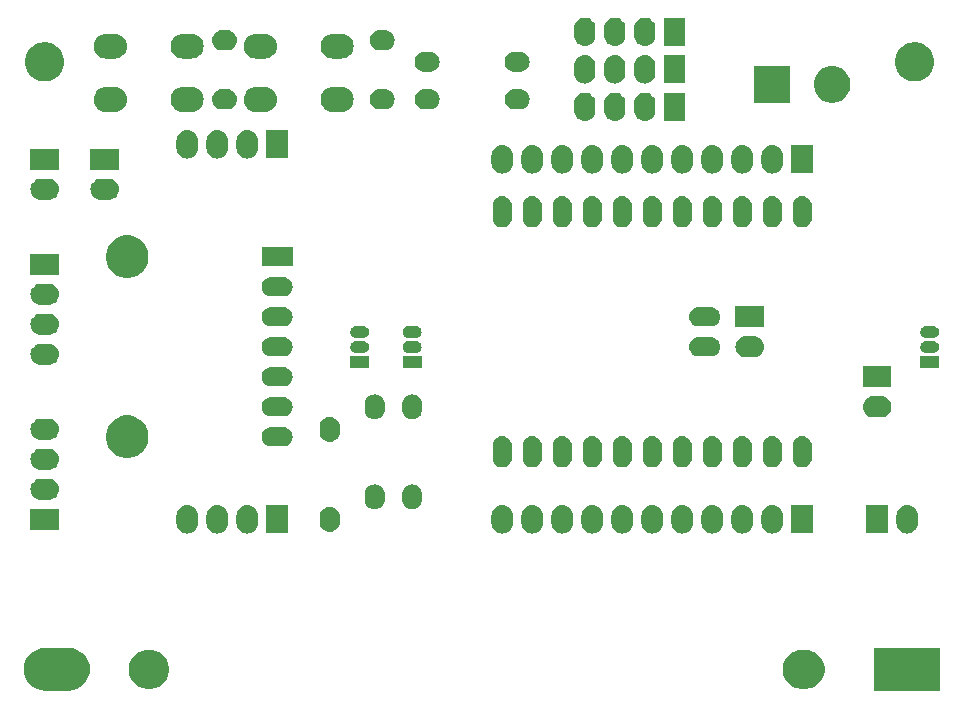
<source format=gbs>
G04 #@! TF.GenerationSoftware,KiCad,Pcbnew,(5.1.6)-1*
G04 #@! TF.CreationDate,2020-10-11T12:38:22+02:00*
G04 #@! TF.ProjectId,AdaptaddorCubeCell,41646170-7461-4646-946f-724375626543,1.0*
G04 #@! TF.SameCoordinates,Original*
G04 #@! TF.FileFunction,Soldermask,Bot*
G04 #@! TF.FilePolarity,Negative*
%FSLAX46Y46*%
G04 Gerber Fmt 4.6, Leading zero omitted, Abs format (unit mm)*
G04 Created by KiCad (PCBNEW (5.1.6)-1) date 2020-10-11 12:38:22*
%MOMM*%
%LPD*%
G01*
G04 APERTURE LIST*
%ADD10C,0.100000*%
G04 APERTURE END LIST*
D10*
G36*
X168536000Y-123086000D02*
G01*
X162934000Y-123086000D01*
X162934000Y-119484000D01*
X168536000Y-119484000D01*
X168536000Y-123086000D01*
G37*
G36*
X94911669Y-119492686D02*
G01*
X95088058Y-119510059D01*
X95427548Y-119613042D01*
X95427550Y-119613043D01*
X95740422Y-119780277D01*
X95740424Y-119780278D01*
X95740423Y-119780278D01*
X96014661Y-120005339D01*
X96239722Y-120279577D01*
X96406958Y-120592452D01*
X96509941Y-120931942D01*
X96544714Y-121285000D01*
X96509941Y-121638058D01*
X96406958Y-121977548D01*
X96406957Y-121977550D01*
X96239723Y-122290422D01*
X96014661Y-122564661D01*
X95740422Y-122789723D01*
X95427550Y-122956957D01*
X95427548Y-122956958D01*
X95088058Y-123059941D01*
X94911669Y-123077314D01*
X94823476Y-123086000D01*
X92646524Y-123086000D01*
X92558331Y-123077314D01*
X92381942Y-123059941D01*
X92042452Y-122956958D01*
X92042450Y-122956957D01*
X91729578Y-122789723D01*
X91455339Y-122564661D01*
X91230277Y-122290422D01*
X91063043Y-121977550D01*
X91063042Y-121977548D01*
X90960059Y-121638058D01*
X90925286Y-121285000D01*
X90960059Y-120931942D01*
X91063042Y-120592452D01*
X91230278Y-120279577D01*
X91455339Y-120005339D01*
X91729577Y-119780278D01*
X91729576Y-119780278D01*
X91729578Y-119780277D01*
X92042450Y-119613043D01*
X92042452Y-119613042D01*
X92381942Y-119510059D01*
X92558331Y-119492686D01*
X92646524Y-119484000D01*
X94823476Y-119484000D01*
X94911669Y-119492686D01*
G37*
G36*
X101975256Y-119676298D02*
G01*
X102081579Y-119697447D01*
X102382042Y-119821903D01*
X102652451Y-120002585D01*
X102882415Y-120232549D01*
X103063097Y-120502958D01*
X103187553Y-120803421D01*
X103251000Y-121122391D01*
X103251000Y-121447609D01*
X103187553Y-121766579D01*
X103063097Y-122067042D01*
X102882415Y-122337451D01*
X102652451Y-122567415D01*
X102382042Y-122748097D01*
X102081579Y-122872553D01*
X101975256Y-122893702D01*
X101762611Y-122936000D01*
X101317389Y-122936000D01*
X101104744Y-122893702D01*
X100998421Y-122872553D01*
X100697958Y-122748097D01*
X100427549Y-122567415D01*
X100197585Y-122337451D01*
X100016903Y-122067042D01*
X99892447Y-121766579D01*
X99829000Y-121447609D01*
X99829000Y-121122391D01*
X99892447Y-120803421D01*
X100016903Y-120502958D01*
X100197585Y-120232549D01*
X100427549Y-120002585D01*
X100697958Y-119821903D01*
X100998421Y-119697447D01*
X101104744Y-119676298D01*
X101317389Y-119634000D01*
X101762611Y-119634000D01*
X101975256Y-119676298D01*
G37*
G36*
X157465256Y-119676298D02*
G01*
X157571579Y-119697447D01*
X157872042Y-119821903D01*
X158142451Y-120002585D01*
X158372415Y-120232549D01*
X158553097Y-120502958D01*
X158677553Y-120803421D01*
X158741000Y-121122391D01*
X158741000Y-121447609D01*
X158677553Y-121766579D01*
X158553097Y-122067042D01*
X158372415Y-122337451D01*
X158142451Y-122567415D01*
X157872042Y-122748097D01*
X157571579Y-122872553D01*
X157465256Y-122893702D01*
X157252611Y-122936000D01*
X156682389Y-122936000D01*
X156469744Y-122893702D01*
X156363421Y-122872553D01*
X156062958Y-122748097D01*
X155792549Y-122567415D01*
X155562585Y-122337451D01*
X155381903Y-122067042D01*
X155257447Y-121766579D01*
X155194000Y-121447609D01*
X155194000Y-121122391D01*
X155257447Y-120803421D01*
X155381903Y-120502958D01*
X155562585Y-120232549D01*
X155792549Y-120002585D01*
X156062958Y-119821903D01*
X156363421Y-119697447D01*
X156469744Y-119676298D01*
X156682389Y-119634000D01*
X157252611Y-119634000D01*
X157465256Y-119676298D01*
G37*
G36*
X154481627Y-107397037D02*
G01*
X154651466Y-107448557D01*
X154807991Y-107532222D01*
X154825162Y-107546314D01*
X154945186Y-107644814D01*
X155028448Y-107746271D01*
X155057778Y-107782009D01*
X155141443Y-107938534D01*
X155192963Y-108108373D01*
X155192963Y-108108376D01*
X155206000Y-108240741D01*
X155206000Y-108929260D01*
X155199481Y-108995443D01*
X155192963Y-109061627D01*
X155141443Y-109231466D01*
X155057778Y-109387991D01*
X155028448Y-109423729D01*
X154945186Y-109525186D01*
X154807989Y-109637779D01*
X154651467Y-109721442D01*
X154651465Y-109721443D01*
X154481626Y-109772963D01*
X154305000Y-109790359D01*
X154128373Y-109772963D01*
X153958534Y-109721443D01*
X153802009Y-109637778D01*
X153766271Y-109608448D01*
X153664814Y-109525186D01*
X153552221Y-109387989D01*
X153468558Y-109231467D01*
X153468557Y-109231465D01*
X153417037Y-109061626D01*
X153406223Y-108951825D01*
X153404000Y-108929259D01*
X153404000Y-108240740D01*
X153417037Y-108108377D01*
X153417037Y-108108373D01*
X153468557Y-107938534D01*
X153552223Y-107782009D01*
X153581553Y-107746271D01*
X153664815Y-107644814D01*
X153784839Y-107546314D01*
X153802010Y-107532222D01*
X153958535Y-107448557D01*
X154128374Y-107397037D01*
X154305000Y-107379641D01*
X154481627Y-107397037D01*
G37*
G36*
X151941627Y-107397037D02*
G01*
X152111466Y-107448557D01*
X152267991Y-107532222D01*
X152285162Y-107546314D01*
X152405186Y-107644814D01*
X152488448Y-107746271D01*
X152517778Y-107782009D01*
X152601443Y-107938534D01*
X152652963Y-108108373D01*
X152652963Y-108108376D01*
X152666000Y-108240741D01*
X152666000Y-108929260D01*
X152659481Y-108995443D01*
X152652963Y-109061627D01*
X152601443Y-109231466D01*
X152517778Y-109387991D01*
X152488448Y-109423729D01*
X152405186Y-109525186D01*
X152267989Y-109637779D01*
X152111467Y-109721442D01*
X152111465Y-109721443D01*
X151941626Y-109772963D01*
X151765000Y-109790359D01*
X151588373Y-109772963D01*
X151418534Y-109721443D01*
X151262009Y-109637778D01*
X151226271Y-109608448D01*
X151124814Y-109525186D01*
X151012221Y-109387989D01*
X150928558Y-109231467D01*
X150928557Y-109231465D01*
X150877037Y-109061626D01*
X150866223Y-108951825D01*
X150864000Y-108929259D01*
X150864000Y-108240740D01*
X150877037Y-108108377D01*
X150877037Y-108108373D01*
X150928557Y-107938534D01*
X151012223Y-107782009D01*
X151041553Y-107746271D01*
X151124815Y-107644814D01*
X151244839Y-107546314D01*
X151262010Y-107532222D01*
X151418535Y-107448557D01*
X151588374Y-107397037D01*
X151765000Y-107379641D01*
X151941627Y-107397037D01*
G37*
G36*
X149401627Y-107397037D02*
G01*
X149571466Y-107448557D01*
X149727991Y-107532222D01*
X149745162Y-107546314D01*
X149865186Y-107644814D01*
X149948448Y-107746271D01*
X149977778Y-107782009D01*
X150061443Y-107938534D01*
X150112963Y-108108373D01*
X150112963Y-108108376D01*
X150126000Y-108240741D01*
X150126000Y-108929260D01*
X150119481Y-108995443D01*
X150112963Y-109061627D01*
X150061443Y-109231466D01*
X149977778Y-109387991D01*
X149948448Y-109423729D01*
X149865186Y-109525186D01*
X149727989Y-109637779D01*
X149571467Y-109721442D01*
X149571465Y-109721443D01*
X149401626Y-109772963D01*
X149225000Y-109790359D01*
X149048373Y-109772963D01*
X148878534Y-109721443D01*
X148722009Y-109637778D01*
X148686271Y-109608448D01*
X148584814Y-109525186D01*
X148472221Y-109387989D01*
X148388558Y-109231467D01*
X148388557Y-109231465D01*
X148337037Y-109061626D01*
X148326223Y-108951825D01*
X148324000Y-108929259D01*
X148324000Y-108240740D01*
X148337037Y-108108377D01*
X148337037Y-108108373D01*
X148388557Y-107938534D01*
X148472223Y-107782009D01*
X148501553Y-107746271D01*
X148584815Y-107644814D01*
X148704839Y-107546314D01*
X148722010Y-107532222D01*
X148878535Y-107448557D01*
X149048374Y-107397037D01*
X149225000Y-107379641D01*
X149401627Y-107397037D01*
G37*
G36*
X144321627Y-107397037D02*
G01*
X144491466Y-107448557D01*
X144647991Y-107532222D01*
X144665162Y-107546314D01*
X144785186Y-107644814D01*
X144868448Y-107746271D01*
X144897778Y-107782009D01*
X144981443Y-107938534D01*
X145032963Y-108108373D01*
X145032963Y-108108376D01*
X145046000Y-108240741D01*
X145046000Y-108929260D01*
X145039481Y-108995443D01*
X145032963Y-109061627D01*
X144981443Y-109231466D01*
X144897778Y-109387991D01*
X144868448Y-109423729D01*
X144785186Y-109525186D01*
X144647989Y-109637779D01*
X144491467Y-109721442D01*
X144491465Y-109721443D01*
X144321626Y-109772963D01*
X144145000Y-109790359D01*
X143968373Y-109772963D01*
X143798534Y-109721443D01*
X143642009Y-109637778D01*
X143606271Y-109608448D01*
X143504814Y-109525186D01*
X143392221Y-109387989D01*
X143308558Y-109231467D01*
X143308557Y-109231465D01*
X143257037Y-109061626D01*
X143246223Y-108951825D01*
X143244000Y-108929259D01*
X143244000Y-108240740D01*
X143257037Y-108108377D01*
X143257037Y-108108373D01*
X143308557Y-107938534D01*
X143392223Y-107782009D01*
X143421553Y-107746271D01*
X143504815Y-107644814D01*
X143624839Y-107546314D01*
X143642010Y-107532222D01*
X143798535Y-107448557D01*
X143968374Y-107397037D01*
X144145000Y-107379641D01*
X144321627Y-107397037D01*
G37*
G36*
X141781627Y-107397037D02*
G01*
X141951466Y-107448557D01*
X142107991Y-107532222D01*
X142125162Y-107546314D01*
X142245186Y-107644814D01*
X142328448Y-107746271D01*
X142357778Y-107782009D01*
X142441443Y-107938534D01*
X142492963Y-108108373D01*
X142492963Y-108108376D01*
X142506000Y-108240741D01*
X142506000Y-108929260D01*
X142499481Y-108995443D01*
X142492963Y-109061627D01*
X142441443Y-109231466D01*
X142357778Y-109387991D01*
X142328448Y-109423729D01*
X142245186Y-109525186D01*
X142107989Y-109637779D01*
X141951467Y-109721442D01*
X141951465Y-109721443D01*
X141781626Y-109772963D01*
X141605000Y-109790359D01*
X141428373Y-109772963D01*
X141258534Y-109721443D01*
X141102009Y-109637778D01*
X141066271Y-109608448D01*
X140964814Y-109525186D01*
X140852221Y-109387989D01*
X140768558Y-109231467D01*
X140768557Y-109231465D01*
X140717037Y-109061626D01*
X140706223Y-108951825D01*
X140704000Y-108929259D01*
X140704000Y-108240740D01*
X140717037Y-108108377D01*
X140717037Y-108108373D01*
X140768557Y-107938534D01*
X140852223Y-107782009D01*
X140881553Y-107746271D01*
X140964815Y-107644814D01*
X141084839Y-107546314D01*
X141102010Y-107532222D01*
X141258535Y-107448557D01*
X141428374Y-107397037D01*
X141605000Y-107379641D01*
X141781627Y-107397037D01*
G37*
G36*
X139241627Y-107397037D02*
G01*
X139411466Y-107448557D01*
X139567991Y-107532222D01*
X139585162Y-107546314D01*
X139705186Y-107644814D01*
X139788448Y-107746271D01*
X139817778Y-107782009D01*
X139901443Y-107938534D01*
X139952963Y-108108373D01*
X139952963Y-108108376D01*
X139966000Y-108240741D01*
X139966000Y-108929260D01*
X139959481Y-108995443D01*
X139952963Y-109061627D01*
X139901443Y-109231466D01*
X139817778Y-109387991D01*
X139788448Y-109423729D01*
X139705186Y-109525186D01*
X139567989Y-109637779D01*
X139411467Y-109721442D01*
X139411465Y-109721443D01*
X139241626Y-109772963D01*
X139065000Y-109790359D01*
X138888373Y-109772963D01*
X138718534Y-109721443D01*
X138562009Y-109637778D01*
X138526271Y-109608448D01*
X138424814Y-109525186D01*
X138312221Y-109387989D01*
X138228558Y-109231467D01*
X138228557Y-109231465D01*
X138177037Y-109061626D01*
X138166223Y-108951825D01*
X138164000Y-108929259D01*
X138164000Y-108240740D01*
X138177037Y-108108377D01*
X138177037Y-108108373D01*
X138228557Y-107938534D01*
X138312223Y-107782009D01*
X138341553Y-107746271D01*
X138424815Y-107644814D01*
X138544839Y-107546314D01*
X138562010Y-107532222D01*
X138718535Y-107448557D01*
X138888374Y-107397037D01*
X139065000Y-107379641D01*
X139241627Y-107397037D01*
G37*
G36*
X136701627Y-107397037D02*
G01*
X136871466Y-107448557D01*
X137027991Y-107532222D01*
X137045162Y-107546314D01*
X137165186Y-107644814D01*
X137248448Y-107746271D01*
X137277778Y-107782009D01*
X137361443Y-107938534D01*
X137412963Y-108108373D01*
X137412963Y-108108376D01*
X137426000Y-108240741D01*
X137426000Y-108929260D01*
X137419481Y-108995443D01*
X137412963Y-109061627D01*
X137361443Y-109231466D01*
X137277778Y-109387991D01*
X137248448Y-109423729D01*
X137165186Y-109525186D01*
X137027989Y-109637779D01*
X136871467Y-109721442D01*
X136871465Y-109721443D01*
X136701626Y-109772963D01*
X136525000Y-109790359D01*
X136348373Y-109772963D01*
X136178534Y-109721443D01*
X136022009Y-109637778D01*
X135986271Y-109608448D01*
X135884814Y-109525186D01*
X135772221Y-109387989D01*
X135688558Y-109231467D01*
X135688557Y-109231465D01*
X135637037Y-109061626D01*
X135626223Y-108951825D01*
X135624000Y-108929259D01*
X135624000Y-108240740D01*
X135637037Y-108108377D01*
X135637037Y-108108373D01*
X135688557Y-107938534D01*
X135772223Y-107782009D01*
X135801553Y-107746271D01*
X135884815Y-107644814D01*
X136004839Y-107546314D01*
X136022010Y-107532222D01*
X136178535Y-107448557D01*
X136348374Y-107397037D01*
X136525000Y-107379641D01*
X136701627Y-107397037D01*
G37*
G36*
X131621627Y-107397037D02*
G01*
X131791466Y-107448557D01*
X131947991Y-107532222D01*
X131965162Y-107546314D01*
X132085186Y-107644814D01*
X132168448Y-107746271D01*
X132197778Y-107782009D01*
X132281443Y-107938534D01*
X132332963Y-108108373D01*
X132332963Y-108108376D01*
X132346000Y-108240741D01*
X132346000Y-108929260D01*
X132339481Y-108995443D01*
X132332963Y-109061627D01*
X132281443Y-109231466D01*
X132197778Y-109387991D01*
X132168448Y-109423729D01*
X132085186Y-109525186D01*
X131947989Y-109637779D01*
X131791467Y-109721442D01*
X131791465Y-109721443D01*
X131621626Y-109772963D01*
X131445000Y-109790359D01*
X131268373Y-109772963D01*
X131098534Y-109721443D01*
X130942009Y-109637778D01*
X130906271Y-109608448D01*
X130804814Y-109525186D01*
X130692221Y-109387989D01*
X130608558Y-109231467D01*
X130608557Y-109231465D01*
X130557037Y-109061626D01*
X130546223Y-108951825D01*
X130544000Y-108929259D01*
X130544000Y-108240740D01*
X130557037Y-108108377D01*
X130557037Y-108108373D01*
X130608557Y-107938534D01*
X130692223Y-107782009D01*
X130721553Y-107746271D01*
X130804815Y-107644814D01*
X130924839Y-107546314D01*
X130942010Y-107532222D01*
X131098535Y-107448557D01*
X131268374Y-107397037D01*
X131445000Y-107379641D01*
X131621627Y-107397037D01*
G37*
G36*
X165911626Y-107397037D02*
G01*
X166081465Y-107448557D01*
X166081467Y-107448558D01*
X166237989Y-107532221D01*
X166375186Y-107644814D01*
X166458448Y-107746271D01*
X166487778Y-107782009D01*
X166571443Y-107938534D01*
X166622963Y-108108373D01*
X166622963Y-108108375D01*
X166636000Y-108240740D01*
X166636000Y-108929259D01*
X166633777Y-108951825D01*
X166622963Y-109061627D01*
X166571443Y-109231466D01*
X166487778Y-109387991D01*
X166458448Y-109423729D01*
X166375186Y-109525186D01*
X166273729Y-109608448D01*
X166237991Y-109637778D01*
X166081466Y-109721443D01*
X165911627Y-109772963D01*
X165735000Y-109790359D01*
X165558374Y-109772963D01*
X165388535Y-109721443D01*
X165232010Y-109637778D01*
X165196272Y-109608448D01*
X165094815Y-109525186D01*
X165011553Y-109423729D01*
X164982223Y-109387991D01*
X164898557Y-109231466D01*
X164847037Y-109061627D01*
X164836223Y-108951825D01*
X164834000Y-108929260D01*
X164834000Y-108240741D01*
X164847037Y-108108376D01*
X164847037Y-108108374D01*
X164898557Y-107938535D01*
X164982222Y-107782010D01*
X164983592Y-107780341D01*
X165094814Y-107644814D01*
X165214838Y-107546314D01*
X165232009Y-107532222D01*
X165388534Y-107448557D01*
X165558373Y-107397037D01*
X165735000Y-107379641D01*
X165911626Y-107397037D01*
G37*
G36*
X110031627Y-107397037D02*
G01*
X110201466Y-107448557D01*
X110357991Y-107532222D01*
X110375162Y-107546314D01*
X110495186Y-107644814D01*
X110578448Y-107746271D01*
X110607778Y-107782009D01*
X110691443Y-107938534D01*
X110742963Y-108108373D01*
X110742963Y-108108376D01*
X110756000Y-108240741D01*
X110756000Y-108929260D01*
X110749481Y-108995443D01*
X110742963Y-109061627D01*
X110691443Y-109231466D01*
X110607778Y-109387991D01*
X110578448Y-109423729D01*
X110495186Y-109525186D01*
X110357989Y-109637779D01*
X110201467Y-109721442D01*
X110201465Y-109721443D01*
X110031626Y-109772963D01*
X109855000Y-109790359D01*
X109678373Y-109772963D01*
X109508534Y-109721443D01*
X109352009Y-109637778D01*
X109316271Y-109608448D01*
X109214814Y-109525186D01*
X109102221Y-109387989D01*
X109018558Y-109231467D01*
X109018557Y-109231465D01*
X108967037Y-109061626D01*
X108956223Y-108951825D01*
X108954000Y-108929259D01*
X108954000Y-108240740D01*
X108967037Y-108108377D01*
X108967037Y-108108373D01*
X109018557Y-107938534D01*
X109102223Y-107782009D01*
X109131553Y-107746271D01*
X109214815Y-107644814D01*
X109334839Y-107546314D01*
X109352010Y-107532222D01*
X109508535Y-107448557D01*
X109678374Y-107397037D01*
X109855000Y-107379641D01*
X110031627Y-107397037D01*
G37*
G36*
X107491627Y-107397037D02*
G01*
X107661466Y-107448557D01*
X107817991Y-107532222D01*
X107835162Y-107546314D01*
X107955186Y-107644814D01*
X108038448Y-107746271D01*
X108067778Y-107782009D01*
X108151443Y-107938534D01*
X108202963Y-108108373D01*
X108202963Y-108108376D01*
X108216000Y-108240741D01*
X108216000Y-108929260D01*
X108209481Y-108995443D01*
X108202963Y-109061627D01*
X108151443Y-109231466D01*
X108067778Y-109387991D01*
X108038448Y-109423729D01*
X107955186Y-109525186D01*
X107817989Y-109637779D01*
X107661467Y-109721442D01*
X107661465Y-109721443D01*
X107491626Y-109772963D01*
X107315000Y-109790359D01*
X107138373Y-109772963D01*
X106968534Y-109721443D01*
X106812009Y-109637778D01*
X106776271Y-109608448D01*
X106674814Y-109525186D01*
X106562221Y-109387989D01*
X106478558Y-109231467D01*
X106478557Y-109231465D01*
X106427037Y-109061626D01*
X106416223Y-108951825D01*
X106414000Y-108929259D01*
X106414000Y-108240740D01*
X106427037Y-108108377D01*
X106427037Y-108108373D01*
X106478557Y-107938534D01*
X106562223Y-107782009D01*
X106591553Y-107746271D01*
X106674815Y-107644814D01*
X106794839Y-107546314D01*
X106812010Y-107532222D01*
X106968535Y-107448557D01*
X107138374Y-107397037D01*
X107315000Y-107379641D01*
X107491627Y-107397037D01*
G37*
G36*
X104951627Y-107397037D02*
G01*
X105121466Y-107448557D01*
X105277991Y-107532222D01*
X105295162Y-107546314D01*
X105415186Y-107644814D01*
X105498448Y-107746271D01*
X105527778Y-107782009D01*
X105611443Y-107938534D01*
X105662963Y-108108373D01*
X105662963Y-108108376D01*
X105676000Y-108240741D01*
X105676000Y-108929260D01*
X105669481Y-108995443D01*
X105662963Y-109061627D01*
X105611443Y-109231466D01*
X105527778Y-109387991D01*
X105498448Y-109423729D01*
X105415186Y-109525186D01*
X105277989Y-109637779D01*
X105121467Y-109721442D01*
X105121465Y-109721443D01*
X104951626Y-109772963D01*
X104775000Y-109790359D01*
X104598373Y-109772963D01*
X104428534Y-109721443D01*
X104272009Y-109637778D01*
X104236271Y-109608448D01*
X104134814Y-109525186D01*
X104022221Y-109387989D01*
X103938558Y-109231467D01*
X103938557Y-109231465D01*
X103887037Y-109061626D01*
X103876223Y-108951825D01*
X103874000Y-108929259D01*
X103874000Y-108240740D01*
X103887037Y-108108377D01*
X103887037Y-108108373D01*
X103938557Y-107938534D01*
X104022223Y-107782009D01*
X104051553Y-107746271D01*
X104134815Y-107644814D01*
X104254839Y-107546314D01*
X104272010Y-107532222D01*
X104428535Y-107448557D01*
X104598374Y-107397037D01*
X104775000Y-107379641D01*
X104951627Y-107397037D01*
G37*
G36*
X146861627Y-107397037D02*
G01*
X147031466Y-107448557D01*
X147187991Y-107532222D01*
X147205162Y-107546314D01*
X147325186Y-107644814D01*
X147408448Y-107746271D01*
X147437778Y-107782009D01*
X147521443Y-107938534D01*
X147572963Y-108108373D01*
X147572963Y-108108376D01*
X147586000Y-108240741D01*
X147586000Y-108929260D01*
X147579481Y-108995443D01*
X147572963Y-109061627D01*
X147521443Y-109231466D01*
X147437778Y-109387991D01*
X147408448Y-109423729D01*
X147325186Y-109525186D01*
X147187989Y-109637779D01*
X147031467Y-109721442D01*
X147031465Y-109721443D01*
X146861626Y-109772963D01*
X146685000Y-109790359D01*
X146508373Y-109772963D01*
X146338534Y-109721443D01*
X146182009Y-109637778D01*
X146146271Y-109608448D01*
X146044814Y-109525186D01*
X145932221Y-109387989D01*
X145848558Y-109231467D01*
X145848557Y-109231465D01*
X145797037Y-109061626D01*
X145786223Y-108951825D01*
X145784000Y-108929259D01*
X145784000Y-108240740D01*
X145797037Y-108108377D01*
X145797037Y-108108373D01*
X145848557Y-107938534D01*
X145932223Y-107782009D01*
X145961553Y-107746271D01*
X146044815Y-107644814D01*
X146164839Y-107546314D01*
X146182010Y-107532222D01*
X146338535Y-107448557D01*
X146508374Y-107397037D01*
X146685000Y-107379641D01*
X146861627Y-107397037D01*
G37*
G36*
X134161627Y-107397037D02*
G01*
X134331466Y-107448557D01*
X134487991Y-107532222D01*
X134505162Y-107546314D01*
X134625186Y-107644814D01*
X134708448Y-107746271D01*
X134737778Y-107782009D01*
X134821443Y-107938534D01*
X134872963Y-108108373D01*
X134872963Y-108108376D01*
X134886000Y-108240741D01*
X134886000Y-108929260D01*
X134879481Y-108995443D01*
X134872963Y-109061627D01*
X134821443Y-109231466D01*
X134737778Y-109387991D01*
X134708448Y-109423729D01*
X134625186Y-109525186D01*
X134487989Y-109637779D01*
X134331467Y-109721442D01*
X134331465Y-109721443D01*
X134161626Y-109772963D01*
X133985000Y-109790359D01*
X133808373Y-109772963D01*
X133638534Y-109721443D01*
X133482009Y-109637778D01*
X133446271Y-109608448D01*
X133344814Y-109525186D01*
X133232221Y-109387989D01*
X133148558Y-109231467D01*
X133148557Y-109231465D01*
X133097037Y-109061626D01*
X133086223Y-108951825D01*
X133084000Y-108929259D01*
X133084000Y-108240740D01*
X133097037Y-108108377D01*
X133097037Y-108108373D01*
X133148557Y-107938534D01*
X133232223Y-107782009D01*
X133261553Y-107746271D01*
X133344815Y-107644814D01*
X133464839Y-107546314D01*
X133482010Y-107532222D01*
X133638535Y-107448557D01*
X133808374Y-107397037D01*
X133985000Y-107379641D01*
X134161627Y-107397037D01*
G37*
G36*
X164096000Y-109786000D02*
G01*
X162294000Y-109786000D01*
X162294000Y-107384000D01*
X164096000Y-107384000D01*
X164096000Y-109786000D01*
G37*
G36*
X113296000Y-109786000D02*
G01*
X111494000Y-109786000D01*
X111494000Y-107384000D01*
X113296000Y-107384000D01*
X113296000Y-109786000D01*
G37*
G36*
X157746000Y-109786000D02*
G01*
X155944000Y-109786000D01*
X155944000Y-107384000D01*
X157746000Y-107384000D01*
X157746000Y-109786000D01*
G37*
G36*
X117006823Y-107546313D02*
G01*
X117137380Y-107585917D01*
X117154152Y-107591005D01*
X117167242Y-107594976D01*
X117260482Y-107644814D01*
X117315078Y-107673996D01*
X117444659Y-107780341D01*
X117551004Y-107909922D01*
X117551005Y-107909924D01*
X117630024Y-108057758D01*
X117678687Y-108218178D01*
X117691000Y-108343197D01*
X117691000Y-108826804D01*
X117678687Y-108951823D01*
X117630024Y-109112242D01*
X117566298Y-109231465D01*
X117551004Y-109260078D01*
X117446030Y-109387989D01*
X117444659Y-109389659D01*
X117315077Y-109496005D01*
X117167241Y-109575024D01*
X117006822Y-109623687D01*
X116840000Y-109640117D01*
X116673177Y-109623687D01*
X116512758Y-109575024D01*
X116364924Y-109496005D01*
X116364922Y-109496004D01*
X116235341Y-109389659D01*
X116233970Y-109387989D01*
X116128995Y-109260077D01*
X116049976Y-109112241D01*
X116001313Y-108951822D01*
X115989000Y-108826803D01*
X115989000Y-108343196D01*
X116001313Y-108218177D01*
X116049976Y-108057758D01*
X116128995Y-107909924D01*
X116128996Y-107909922D01*
X116235342Y-107780341D01*
X116364923Y-107673996D01*
X116419519Y-107644814D01*
X116512759Y-107594976D01*
X116525850Y-107591005D01*
X116542621Y-107585917D01*
X116673178Y-107546313D01*
X116840000Y-107529883D01*
X117006823Y-107546313D01*
G37*
G36*
X93911000Y-109486000D02*
G01*
X91509000Y-109486000D01*
X91509000Y-107684000D01*
X93911000Y-107684000D01*
X93911000Y-109486000D01*
G37*
G36*
X120816823Y-105641313D02*
G01*
X120977242Y-105689976D01*
X121109906Y-105760886D01*
X121125078Y-105768996D01*
X121254659Y-105875341D01*
X121361004Y-106004922D01*
X121361005Y-106004924D01*
X121440024Y-106152758D01*
X121488687Y-106313178D01*
X121501000Y-106438197D01*
X121501000Y-106921804D01*
X121488687Y-107046823D01*
X121440024Y-107207242D01*
X121369114Y-107339906D01*
X121361004Y-107355078D01*
X121337268Y-107384000D01*
X121254659Y-107484659D01*
X121125077Y-107591005D01*
X120977241Y-107670024D01*
X120977238Y-107670025D01*
X120964147Y-107673996D01*
X120816822Y-107718687D01*
X120650000Y-107735117D01*
X120483177Y-107718687D01*
X120335852Y-107673996D01*
X120322761Y-107670025D01*
X120322758Y-107670024D01*
X120174924Y-107591005D01*
X120174922Y-107591004D01*
X120045341Y-107484659D01*
X119938995Y-107355077D01*
X119859976Y-107207241D01*
X119811313Y-107046822D01*
X119799000Y-106921803D01*
X119799000Y-106438196D01*
X119811313Y-106313177D01*
X119859976Y-106152758D01*
X119938995Y-106004924D01*
X119938996Y-106004922D01*
X120045342Y-105875341D01*
X120174923Y-105768996D01*
X120190095Y-105760886D01*
X120322759Y-105689976D01*
X120483178Y-105641313D01*
X120650000Y-105624883D01*
X120816823Y-105641313D01*
G37*
G36*
X123991823Y-105641313D02*
G01*
X124152242Y-105689976D01*
X124284906Y-105760886D01*
X124300078Y-105768996D01*
X124429659Y-105875341D01*
X124536004Y-106004922D01*
X124536005Y-106004924D01*
X124615024Y-106152758D01*
X124663687Y-106313178D01*
X124676000Y-106438197D01*
X124676000Y-106921804D01*
X124663687Y-107046823D01*
X124615024Y-107207242D01*
X124544114Y-107339906D01*
X124536004Y-107355078D01*
X124512268Y-107384000D01*
X124429659Y-107484659D01*
X124300077Y-107591005D01*
X124152241Y-107670024D01*
X124152238Y-107670025D01*
X124139147Y-107673996D01*
X123991822Y-107718687D01*
X123825000Y-107735117D01*
X123658177Y-107718687D01*
X123510852Y-107673996D01*
X123497761Y-107670025D01*
X123497758Y-107670024D01*
X123349924Y-107591005D01*
X123349922Y-107591004D01*
X123220341Y-107484659D01*
X123113995Y-107355077D01*
X123034976Y-107207241D01*
X122986313Y-107046822D01*
X122974000Y-106921803D01*
X122974000Y-106438196D01*
X122986313Y-106313177D01*
X123034976Y-106152758D01*
X123113995Y-106004924D01*
X123113996Y-106004922D01*
X123220342Y-105875341D01*
X123349923Y-105768996D01*
X123365095Y-105760886D01*
X123497759Y-105689976D01*
X123658178Y-105641313D01*
X123825000Y-105624883D01*
X123991823Y-105641313D01*
G37*
G36*
X93120443Y-105150519D02*
G01*
X93186627Y-105157037D01*
X93356466Y-105208557D01*
X93512991Y-105292222D01*
X93548729Y-105321552D01*
X93650186Y-105404814D01*
X93733448Y-105506271D01*
X93762778Y-105542009D01*
X93846443Y-105698534D01*
X93897963Y-105868373D01*
X93915359Y-106045000D01*
X93897963Y-106221627D01*
X93846443Y-106391466D01*
X93762778Y-106547991D01*
X93733448Y-106583729D01*
X93650186Y-106685186D01*
X93548729Y-106768448D01*
X93512991Y-106797778D01*
X93356466Y-106881443D01*
X93186627Y-106932963D01*
X93120442Y-106939482D01*
X93054260Y-106946000D01*
X92365740Y-106946000D01*
X92299558Y-106939482D01*
X92233373Y-106932963D01*
X92063534Y-106881443D01*
X91907009Y-106797778D01*
X91871271Y-106768448D01*
X91769814Y-106685186D01*
X91686552Y-106583729D01*
X91657222Y-106547991D01*
X91573557Y-106391466D01*
X91522037Y-106221627D01*
X91504641Y-106045000D01*
X91522037Y-105868373D01*
X91573557Y-105698534D01*
X91657222Y-105542009D01*
X91686552Y-105506271D01*
X91769814Y-105404814D01*
X91871271Y-105321552D01*
X91907009Y-105292222D01*
X92063534Y-105208557D01*
X92233373Y-105157037D01*
X92299558Y-105150518D01*
X92365740Y-105144000D01*
X93054260Y-105144000D01*
X93120443Y-105150519D01*
G37*
G36*
X93120442Y-102610518D02*
G01*
X93186627Y-102617037D01*
X93356466Y-102668557D01*
X93512991Y-102752222D01*
X93548729Y-102781552D01*
X93650186Y-102864814D01*
X93733448Y-102966271D01*
X93762778Y-103002009D01*
X93846443Y-103158534D01*
X93897963Y-103328373D01*
X93915359Y-103505000D01*
X93897963Y-103681627D01*
X93846443Y-103851466D01*
X93762778Y-104007991D01*
X93733448Y-104043729D01*
X93650186Y-104145186D01*
X93548729Y-104228448D01*
X93512991Y-104257778D01*
X93356466Y-104341443D01*
X93186627Y-104392963D01*
X93120442Y-104399482D01*
X93054260Y-104406000D01*
X92365740Y-104406000D01*
X92299558Y-104399482D01*
X92233373Y-104392963D01*
X92063534Y-104341443D01*
X91907009Y-104257778D01*
X91871271Y-104228448D01*
X91769814Y-104145186D01*
X91686552Y-104043729D01*
X91657222Y-104007991D01*
X91573557Y-103851466D01*
X91522037Y-103681627D01*
X91504641Y-103505000D01*
X91522037Y-103328373D01*
X91573557Y-103158534D01*
X91657222Y-103002009D01*
X91686552Y-102966271D01*
X91769814Y-102864814D01*
X91871271Y-102781552D01*
X91907009Y-102752222D01*
X92063534Y-102668557D01*
X92233373Y-102617037D01*
X92299558Y-102610518D01*
X92365740Y-102604000D01*
X93054260Y-102604000D01*
X93120442Y-102610518D01*
G37*
G36*
X131604376Y-101568764D02*
G01*
X131757627Y-101615252D01*
X131757630Y-101615253D01*
X131898863Y-101690744D01*
X132022659Y-101792341D01*
X132124256Y-101916137D01*
X132199747Y-102057370D01*
X132199748Y-102057373D01*
X132246236Y-102210624D01*
X132258000Y-102330067D01*
X132258000Y-103409933D01*
X132246236Y-103529376D01*
X132200052Y-103681625D01*
X132199747Y-103682630D01*
X132124256Y-103823863D01*
X132022659Y-103947659D01*
X131898863Y-104049256D01*
X131757629Y-104124747D01*
X131757626Y-104124748D01*
X131604375Y-104171236D01*
X131445000Y-104186933D01*
X131285624Y-104171236D01*
X131132373Y-104124748D01*
X131132370Y-104124747D01*
X130991137Y-104049256D01*
X130867341Y-103947659D01*
X130765744Y-103823863D01*
X130690253Y-103682629D01*
X130689948Y-103681625D01*
X130643764Y-103529375D01*
X130632000Y-103409932D01*
X130632001Y-102330067D01*
X130643765Y-102210624D01*
X130690253Y-102057373D01*
X130690254Y-102057370D01*
X130765745Y-101916137D01*
X130867342Y-101792341D01*
X130991138Y-101690744D01*
X131132371Y-101615253D01*
X131132374Y-101615252D01*
X131285625Y-101568764D01*
X131445000Y-101553067D01*
X131604376Y-101568764D01*
G37*
G36*
X134144376Y-101568764D02*
G01*
X134297627Y-101615252D01*
X134297630Y-101615253D01*
X134438863Y-101690744D01*
X134562659Y-101792341D01*
X134664256Y-101916137D01*
X134739747Y-102057370D01*
X134739748Y-102057373D01*
X134786236Y-102210624D01*
X134798000Y-102330067D01*
X134798000Y-103409933D01*
X134786236Y-103529376D01*
X134740052Y-103681625D01*
X134739747Y-103682630D01*
X134664256Y-103823863D01*
X134562659Y-103947659D01*
X134438863Y-104049256D01*
X134297629Y-104124747D01*
X134297626Y-104124748D01*
X134144375Y-104171236D01*
X133985000Y-104186933D01*
X133825624Y-104171236D01*
X133672373Y-104124748D01*
X133672370Y-104124747D01*
X133531137Y-104049256D01*
X133407341Y-103947659D01*
X133305744Y-103823863D01*
X133230253Y-103682629D01*
X133229948Y-103681625D01*
X133183764Y-103529375D01*
X133172000Y-103409932D01*
X133172001Y-102330067D01*
X133183765Y-102210624D01*
X133230253Y-102057373D01*
X133230254Y-102057370D01*
X133305745Y-101916137D01*
X133407342Y-101792341D01*
X133531138Y-101690744D01*
X133672371Y-101615253D01*
X133672374Y-101615252D01*
X133825625Y-101568764D01*
X133985000Y-101553067D01*
X134144376Y-101568764D01*
G37*
G36*
X136684376Y-101568764D02*
G01*
X136837627Y-101615252D01*
X136837630Y-101615253D01*
X136978863Y-101690744D01*
X137102659Y-101792341D01*
X137204256Y-101916137D01*
X137279747Y-102057370D01*
X137279748Y-102057373D01*
X137326236Y-102210624D01*
X137338000Y-102330067D01*
X137338000Y-103409933D01*
X137326236Y-103529376D01*
X137280052Y-103681625D01*
X137279747Y-103682630D01*
X137204256Y-103823863D01*
X137102659Y-103947659D01*
X136978863Y-104049256D01*
X136837629Y-104124747D01*
X136837626Y-104124748D01*
X136684375Y-104171236D01*
X136525000Y-104186933D01*
X136365624Y-104171236D01*
X136212373Y-104124748D01*
X136212370Y-104124747D01*
X136071137Y-104049256D01*
X135947341Y-103947659D01*
X135845744Y-103823863D01*
X135770253Y-103682629D01*
X135769948Y-103681625D01*
X135723764Y-103529375D01*
X135712000Y-103409932D01*
X135712001Y-102330067D01*
X135723765Y-102210624D01*
X135770253Y-102057373D01*
X135770254Y-102057370D01*
X135845745Y-101916137D01*
X135947342Y-101792341D01*
X136071138Y-101690744D01*
X136212371Y-101615253D01*
X136212374Y-101615252D01*
X136365625Y-101568764D01*
X136525000Y-101553067D01*
X136684376Y-101568764D01*
G37*
G36*
X139224376Y-101568764D02*
G01*
X139377627Y-101615252D01*
X139377630Y-101615253D01*
X139518863Y-101690744D01*
X139642659Y-101792341D01*
X139744256Y-101916137D01*
X139819747Y-102057370D01*
X139819748Y-102057373D01*
X139866236Y-102210624D01*
X139878000Y-102330067D01*
X139878000Y-103409933D01*
X139866236Y-103529376D01*
X139820052Y-103681625D01*
X139819747Y-103682630D01*
X139744256Y-103823863D01*
X139642659Y-103947659D01*
X139518863Y-104049256D01*
X139377629Y-104124747D01*
X139377626Y-104124748D01*
X139224375Y-104171236D01*
X139065000Y-104186933D01*
X138905624Y-104171236D01*
X138752373Y-104124748D01*
X138752370Y-104124747D01*
X138611137Y-104049256D01*
X138487341Y-103947659D01*
X138385744Y-103823863D01*
X138310253Y-103682629D01*
X138309948Y-103681625D01*
X138263764Y-103529375D01*
X138252000Y-103409932D01*
X138252001Y-102330067D01*
X138263765Y-102210624D01*
X138310253Y-102057373D01*
X138310254Y-102057370D01*
X138385745Y-101916137D01*
X138487342Y-101792341D01*
X138611138Y-101690744D01*
X138752371Y-101615253D01*
X138752374Y-101615252D01*
X138905625Y-101568764D01*
X139065000Y-101553067D01*
X139224376Y-101568764D01*
G37*
G36*
X144304376Y-101568764D02*
G01*
X144457627Y-101615252D01*
X144457630Y-101615253D01*
X144598863Y-101690744D01*
X144722659Y-101792341D01*
X144824256Y-101916137D01*
X144899747Y-102057370D01*
X144899748Y-102057373D01*
X144946236Y-102210624D01*
X144958000Y-102330067D01*
X144958000Y-103409933D01*
X144946236Y-103529376D01*
X144900052Y-103681625D01*
X144899747Y-103682630D01*
X144824256Y-103823863D01*
X144722659Y-103947659D01*
X144598863Y-104049256D01*
X144457629Y-104124747D01*
X144457626Y-104124748D01*
X144304375Y-104171236D01*
X144145000Y-104186933D01*
X143985624Y-104171236D01*
X143832373Y-104124748D01*
X143832370Y-104124747D01*
X143691137Y-104049256D01*
X143567341Y-103947659D01*
X143465744Y-103823863D01*
X143390253Y-103682629D01*
X143389948Y-103681625D01*
X143343764Y-103529375D01*
X143332000Y-103409932D01*
X143332001Y-102330067D01*
X143343765Y-102210624D01*
X143390253Y-102057373D01*
X143390254Y-102057370D01*
X143465745Y-101916137D01*
X143567342Y-101792341D01*
X143691138Y-101690744D01*
X143832371Y-101615253D01*
X143832374Y-101615252D01*
X143985625Y-101568764D01*
X144145000Y-101553067D01*
X144304376Y-101568764D01*
G37*
G36*
X149384376Y-101568764D02*
G01*
X149537627Y-101615252D01*
X149537630Y-101615253D01*
X149678863Y-101690744D01*
X149802659Y-101792341D01*
X149904256Y-101916137D01*
X149979747Y-102057370D01*
X149979748Y-102057373D01*
X150026236Y-102210624D01*
X150038000Y-102330067D01*
X150038000Y-103409933D01*
X150026236Y-103529376D01*
X149980052Y-103681625D01*
X149979747Y-103682630D01*
X149904256Y-103823863D01*
X149802659Y-103947659D01*
X149678863Y-104049256D01*
X149537629Y-104124747D01*
X149537626Y-104124748D01*
X149384375Y-104171236D01*
X149225000Y-104186933D01*
X149065624Y-104171236D01*
X148912373Y-104124748D01*
X148912370Y-104124747D01*
X148771137Y-104049256D01*
X148647341Y-103947659D01*
X148545744Y-103823863D01*
X148470253Y-103682629D01*
X148469948Y-103681625D01*
X148423764Y-103529375D01*
X148412000Y-103409932D01*
X148412001Y-102330067D01*
X148423765Y-102210624D01*
X148470253Y-102057373D01*
X148470254Y-102057370D01*
X148545745Y-101916137D01*
X148647342Y-101792341D01*
X148771138Y-101690744D01*
X148912371Y-101615253D01*
X148912374Y-101615252D01*
X149065625Y-101568764D01*
X149225000Y-101553067D01*
X149384376Y-101568764D01*
G37*
G36*
X146844376Y-101568764D02*
G01*
X146997627Y-101615252D01*
X146997630Y-101615253D01*
X147138863Y-101690744D01*
X147262659Y-101792341D01*
X147364256Y-101916137D01*
X147439747Y-102057370D01*
X147439748Y-102057373D01*
X147486236Y-102210624D01*
X147498000Y-102330067D01*
X147498000Y-103409933D01*
X147486236Y-103529376D01*
X147440052Y-103681625D01*
X147439747Y-103682630D01*
X147364256Y-103823863D01*
X147262659Y-103947659D01*
X147138863Y-104049256D01*
X146997629Y-104124747D01*
X146997626Y-104124748D01*
X146844375Y-104171236D01*
X146685000Y-104186933D01*
X146525624Y-104171236D01*
X146372373Y-104124748D01*
X146372370Y-104124747D01*
X146231137Y-104049256D01*
X146107341Y-103947659D01*
X146005744Y-103823863D01*
X145930253Y-103682629D01*
X145929948Y-103681625D01*
X145883764Y-103529375D01*
X145872000Y-103409932D01*
X145872001Y-102330067D01*
X145883765Y-102210624D01*
X145930253Y-102057373D01*
X145930254Y-102057370D01*
X146005745Y-101916137D01*
X146107342Y-101792341D01*
X146231138Y-101690744D01*
X146372371Y-101615253D01*
X146372374Y-101615252D01*
X146525625Y-101568764D01*
X146685000Y-101553067D01*
X146844376Y-101568764D01*
G37*
G36*
X141764376Y-101568764D02*
G01*
X141917627Y-101615252D01*
X141917630Y-101615253D01*
X142058863Y-101690744D01*
X142182659Y-101792341D01*
X142284256Y-101916137D01*
X142359747Y-102057370D01*
X142359748Y-102057373D01*
X142406236Y-102210624D01*
X142418000Y-102330067D01*
X142418000Y-103409933D01*
X142406236Y-103529376D01*
X142360052Y-103681625D01*
X142359747Y-103682630D01*
X142284256Y-103823863D01*
X142182659Y-103947659D01*
X142058863Y-104049256D01*
X141917629Y-104124747D01*
X141917626Y-104124748D01*
X141764375Y-104171236D01*
X141605000Y-104186933D01*
X141445624Y-104171236D01*
X141292373Y-104124748D01*
X141292370Y-104124747D01*
X141151137Y-104049256D01*
X141027341Y-103947659D01*
X140925744Y-103823863D01*
X140850253Y-103682629D01*
X140849948Y-103681625D01*
X140803764Y-103529375D01*
X140792000Y-103409932D01*
X140792001Y-102330067D01*
X140803765Y-102210624D01*
X140850253Y-102057373D01*
X140850254Y-102057370D01*
X140925745Y-101916137D01*
X141027342Y-101792341D01*
X141151138Y-101690744D01*
X141292371Y-101615253D01*
X141292374Y-101615252D01*
X141445625Y-101568764D01*
X141605000Y-101553067D01*
X141764376Y-101568764D01*
G37*
G36*
X157004376Y-101568764D02*
G01*
X157157627Y-101615252D01*
X157157630Y-101615253D01*
X157298863Y-101690744D01*
X157422659Y-101792341D01*
X157524256Y-101916137D01*
X157599747Y-102057370D01*
X157599748Y-102057373D01*
X157646236Y-102210624D01*
X157658000Y-102330067D01*
X157658000Y-103409933D01*
X157646236Y-103529376D01*
X157600052Y-103681625D01*
X157599747Y-103682630D01*
X157524256Y-103823863D01*
X157422659Y-103947659D01*
X157298863Y-104049256D01*
X157157629Y-104124747D01*
X157157626Y-104124748D01*
X157004375Y-104171236D01*
X156845000Y-104186933D01*
X156685624Y-104171236D01*
X156532373Y-104124748D01*
X156532370Y-104124747D01*
X156391137Y-104049256D01*
X156267341Y-103947659D01*
X156165744Y-103823863D01*
X156090253Y-103682629D01*
X156089948Y-103681625D01*
X156043764Y-103529375D01*
X156032000Y-103409932D01*
X156032001Y-102330067D01*
X156043765Y-102210624D01*
X156090253Y-102057373D01*
X156090254Y-102057370D01*
X156165745Y-101916137D01*
X156267342Y-101792341D01*
X156391138Y-101690744D01*
X156532371Y-101615253D01*
X156532374Y-101615252D01*
X156685625Y-101568764D01*
X156845000Y-101553067D01*
X157004376Y-101568764D01*
G37*
G36*
X154464376Y-101568764D02*
G01*
X154617627Y-101615252D01*
X154617630Y-101615253D01*
X154758863Y-101690744D01*
X154882659Y-101792341D01*
X154984256Y-101916137D01*
X155059747Y-102057370D01*
X155059748Y-102057373D01*
X155106236Y-102210624D01*
X155118000Y-102330067D01*
X155118000Y-103409933D01*
X155106236Y-103529376D01*
X155060052Y-103681625D01*
X155059747Y-103682630D01*
X154984256Y-103823863D01*
X154882659Y-103947659D01*
X154758863Y-104049256D01*
X154617629Y-104124747D01*
X154617626Y-104124748D01*
X154464375Y-104171236D01*
X154305000Y-104186933D01*
X154145624Y-104171236D01*
X153992373Y-104124748D01*
X153992370Y-104124747D01*
X153851137Y-104049256D01*
X153727341Y-103947659D01*
X153625744Y-103823863D01*
X153550253Y-103682629D01*
X153549948Y-103681625D01*
X153503764Y-103529375D01*
X153492000Y-103409932D01*
X153492001Y-102330067D01*
X153503765Y-102210624D01*
X153550253Y-102057373D01*
X153550254Y-102057370D01*
X153625745Y-101916137D01*
X153727342Y-101792341D01*
X153851138Y-101690744D01*
X153992371Y-101615253D01*
X153992374Y-101615252D01*
X154145625Y-101568764D01*
X154305000Y-101553067D01*
X154464376Y-101568764D01*
G37*
G36*
X151924376Y-101568764D02*
G01*
X152077627Y-101615252D01*
X152077630Y-101615253D01*
X152218863Y-101690744D01*
X152342659Y-101792341D01*
X152444256Y-101916137D01*
X152519747Y-102057370D01*
X152519748Y-102057373D01*
X152566236Y-102210624D01*
X152578000Y-102330067D01*
X152578000Y-103409933D01*
X152566236Y-103529376D01*
X152520052Y-103681625D01*
X152519747Y-103682630D01*
X152444256Y-103823863D01*
X152342659Y-103947659D01*
X152218863Y-104049256D01*
X152077629Y-104124747D01*
X152077626Y-104124748D01*
X151924375Y-104171236D01*
X151765000Y-104186933D01*
X151605624Y-104171236D01*
X151452373Y-104124748D01*
X151452370Y-104124747D01*
X151311137Y-104049256D01*
X151187341Y-103947659D01*
X151085744Y-103823863D01*
X151010253Y-103682629D01*
X151009948Y-103681625D01*
X150963764Y-103529375D01*
X150952000Y-103409932D01*
X150952001Y-102330067D01*
X150963765Y-102210624D01*
X151010253Y-102057373D01*
X151010254Y-102057370D01*
X151085745Y-101916137D01*
X151187342Y-101792341D01*
X151311138Y-101690744D01*
X151452371Y-101615253D01*
X151452374Y-101615252D01*
X151605625Y-101568764D01*
X151765000Y-101553067D01*
X151924376Y-101568764D01*
G37*
G36*
X100221790Y-99863403D02*
G01*
X100491150Y-99974976D01*
X100550462Y-99999544D01*
X100631955Y-100053996D01*
X100791112Y-100160341D01*
X100846258Y-100197189D01*
X101097811Y-100448742D01*
X101281196Y-100723196D01*
X101295457Y-100744540D01*
X101431597Y-101073210D01*
X101501000Y-101422123D01*
X101501000Y-101777877D01*
X101431597Y-102126790D01*
X101295457Y-102455460D01*
X101153070Y-102668558D01*
X101097811Y-102751258D01*
X100846258Y-103002811D01*
X100550462Y-103200456D01*
X100550461Y-103200457D01*
X100550460Y-103200457D01*
X100221790Y-103336597D01*
X99872877Y-103406000D01*
X99517123Y-103406000D01*
X99168210Y-103336597D01*
X98839540Y-103200457D01*
X98839539Y-103200457D01*
X98839538Y-103200456D01*
X98543742Y-103002811D01*
X98292189Y-102751258D01*
X98236931Y-102668558D01*
X98094543Y-102455460D01*
X97958403Y-102126790D01*
X97889000Y-101777877D01*
X97889000Y-101422123D01*
X97958403Y-101073210D01*
X98094543Y-100744540D01*
X98108805Y-100723196D01*
X98292189Y-100448742D01*
X98543742Y-100197189D01*
X98598889Y-100160341D01*
X98758045Y-100053996D01*
X98839538Y-99999544D01*
X98898850Y-99974976D01*
X99168210Y-99863403D01*
X99517123Y-99794000D01*
X99872877Y-99794000D01*
X100221790Y-99863403D01*
G37*
G36*
X112948894Y-100788375D02*
G01*
X113054376Y-100798764D01*
X113207627Y-100845252D01*
X113207630Y-100845253D01*
X113348863Y-100920744D01*
X113472659Y-101022341D01*
X113574256Y-101146137D01*
X113649747Y-101287370D01*
X113649748Y-101287373D01*
X113696236Y-101440624D01*
X113711933Y-101600000D01*
X113696236Y-101759376D01*
X113686236Y-101792341D01*
X113649747Y-101912630D01*
X113574256Y-102053863D01*
X113472659Y-102177659D01*
X113348863Y-102279256D01*
X113207630Y-102354747D01*
X113207627Y-102354748D01*
X113054376Y-102401236D01*
X112974747Y-102409079D01*
X112934934Y-102413000D01*
X111855066Y-102413000D01*
X111815253Y-102409079D01*
X111735624Y-102401236D01*
X111582373Y-102354748D01*
X111582370Y-102354747D01*
X111441137Y-102279256D01*
X111317341Y-102177659D01*
X111215744Y-102053863D01*
X111140253Y-101912630D01*
X111103764Y-101792341D01*
X111093764Y-101759376D01*
X111078067Y-101600000D01*
X111093764Y-101440624D01*
X111140252Y-101287373D01*
X111140253Y-101287370D01*
X111215744Y-101146137D01*
X111317341Y-101022341D01*
X111441137Y-100920744D01*
X111582370Y-100845253D01*
X111582373Y-100845252D01*
X111735624Y-100798764D01*
X111841106Y-100788375D01*
X111855066Y-100787000D01*
X112934934Y-100787000D01*
X112948894Y-100788375D01*
G37*
G36*
X117006823Y-99926313D02*
G01*
X117121170Y-99961000D01*
X117154152Y-99971005D01*
X117167242Y-99974976D01*
X117213205Y-99999544D01*
X117315078Y-100053996D01*
X117444659Y-100160341D01*
X117551004Y-100289922D01*
X117551005Y-100289924D01*
X117630024Y-100437758D01*
X117630025Y-100437761D01*
X117637381Y-100462011D01*
X117678687Y-100598178D01*
X117691000Y-100723197D01*
X117691000Y-101206804D01*
X117678687Y-101331823D01*
X117630024Y-101492242D01*
X117597512Y-101553067D01*
X117551004Y-101640078D01*
X117509423Y-101690744D01*
X117444659Y-101769659D01*
X117315077Y-101876005D01*
X117167241Y-101955024D01*
X117006822Y-102003687D01*
X116840000Y-102020117D01*
X116673177Y-102003687D01*
X116512758Y-101955024D01*
X116364924Y-101876005D01*
X116364922Y-101876004D01*
X116235341Y-101769659D01*
X116192763Y-101717778D01*
X116128995Y-101640077D01*
X116049976Y-101492241D01*
X116001313Y-101331822D01*
X115989000Y-101206803D01*
X115989000Y-100723196D01*
X116001313Y-100598177D01*
X116049976Y-100437758D01*
X116128995Y-100289924D01*
X116128996Y-100289922D01*
X116235342Y-100160341D01*
X116364923Y-100053996D01*
X116466796Y-99999544D01*
X116512759Y-99974976D01*
X116525850Y-99971005D01*
X116558831Y-99961000D01*
X116673178Y-99926313D01*
X116840000Y-99909883D01*
X117006823Y-99926313D01*
G37*
G36*
X93120442Y-100070518D02*
G01*
X93186627Y-100077037D01*
X93356466Y-100128557D01*
X93512991Y-100212222D01*
X93548729Y-100241552D01*
X93650186Y-100324814D01*
X93733448Y-100426271D01*
X93762778Y-100462009D01*
X93846443Y-100618534D01*
X93897963Y-100788373D01*
X93915359Y-100965000D01*
X93897963Y-101141627D01*
X93846443Y-101311466D01*
X93762778Y-101467991D01*
X93733448Y-101503729D01*
X93650186Y-101605186D01*
X93548729Y-101688448D01*
X93512991Y-101717778D01*
X93356466Y-101801443D01*
X93186627Y-101852963D01*
X93120443Y-101859481D01*
X93054260Y-101866000D01*
X92365740Y-101866000D01*
X92299558Y-101859482D01*
X92233373Y-101852963D01*
X92063534Y-101801443D01*
X91907009Y-101717778D01*
X91871271Y-101688448D01*
X91769814Y-101605186D01*
X91686552Y-101503729D01*
X91657222Y-101467991D01*
X91573557Y-101311466D01*
X91522037Y-101141627D01*
X91504641Y-100965000D01*
X91522037Y-100788373D01*
X91573557Y-100618534D01*
X91657222Y-100462009D01*
X91686552Y-100426271D01*
X91769814Y-100324814D01*
X91871271Y-100241552D01*
X91907009Y-100212222D01*
X92063534Y-100128557D01*
X92233373Y-100077037D01*
X92299557Y-100070519D01*
X92365740Y-100064000D01*
X93054260Y-100064000D01*
X93120442Y-100070518D01*
G37*
G36*
X120816823Y-98021313D02*
G01*
X120977242Y-98069976D01*
X121109906Y-98140886D01*
X121125078Y-98148996D01*
X121254659Y-98255341D01*
X121361004Y-98384922D01*
X121361005Y-98384924D01*
X121440024Y-98532758D01*
X121440025Y-98532761D01*
X121447381Y-98557011D01*
X121488687Y-98693178D01*
X121501000Y-98818197D01*
X121501000Y-99301804D01*
X121488687Y-99426823D01*
X121440024Y-99587242D01*
X121379655Y-99700185D01*
X121361004Y-99735078D01*
X121297237Y-99812778D01*
X121254659Y-99864659D01*
X121125077Y-99971005D01*
X120977241Y-100050024D01*
X120977238Y-100050025D01*
X120964147Y-100053996D01*
X120816822Y-100098687D01*
X120650000Y-100115117D01*
X120483177Y-100098687D01*
X120335852Y-100053996D01*
X120322761Y-100050025D01*
X120322758Y-100050024D01*
X120174924Y-99971005D01*
X120174922Y-99971004D01*
X120045341Y-99864659D01*
X120002763Y-99812778D01*
X119938995Y-99735077D01*
X119859976Y-99587241D01*
X119811313Y-99426822D01*
X119799000Y-99301803D01*
X119799000Y-98818196D01*
X119811313Y-98693177D01*
X119859976Y-98532758D01*
X119938995Y-98384924D01*
X119938996Y-98384922D01*
X120045342Y-98255341D01*
X120174923Y-98148996D01*
X120190095Y-98140886D01*
X120322759Y-98069976D01*
X120483178Y-98021313D01*
X120650000Y-98004883D01*
X120816823Y-98021313D01*
G37*
G36*
X123991823Y-98021313D02*
G01*
X124152242Y-98069976D01*
X124284906Y-98140886D01*
X124300078Y-98148996D01*
X124429659Y-98255341D01*
X124536004Y-98384922D01*
X124536005Y-98384924D01*
X124615024Y-98532758D01*
X124615025Y-98532761D01*
X124622381Y-98557011D01*
X124663687Y-98693178D01*
X124676000Y-98818197D01*
X124676000Y-99301804D01*
X124663687Y-99426823D01*
X124615024Y-99587242D01*
X124554655Y-99700185D01*
X124536004Y-99735078D01*
X124472237Y-99812778D01*
X124429659Y-99864659D01*
X124300077Y-99971005D01*
X124152241Y-100050024D01*
X124152238Y-100050025D01*
X124139147Y-100053996D01*
X123991822Y-100098687D01*
X123825000Y-100115117D01*
X123658177Y-100098687D01*
X123510852Y-100053996D01*
X123497761Y-100050025D01*
X123497758Y-100050024D01*
X123349924Y-99971005D01*
X123349922Y-99971004D01*
X123220341Y-99864659D01*
X123177763Y-99812778D01*
X123113995Y-99735077D01*
X123034976Y-99587241D01*
X122986313Y-99426822D01*
X122974000Y-99301803D01*
X122974000Y-98818196D01*
X122986313Y-98693177D01*
X123034976Y-98532758D01*
X123113995Y-98384924D01*
X123113996Y-98384922D01*
X123220342Y-98255341D01*
X123349923Y-98148996D01*
X123365095Y-98140886D01*
X123497759Y-98069976D01*
X123658178Y-98021313D01*
X123825000Y-98004883D01*
X123991823Y-98021313D01*
G37*
G36*
X163605443Y-98165519D02*
G01*
X163671627Y-98172037D01*
X163841466Y-98223557D01*
X163997991Y-98307222D01*
X164033729Y-98336552D01*
X164135186Y-98419814D01*
X164218448Y-98521271D01*
X164247778Y-98557009D01*
X164331443Y-98713534D01*
X164382963Y-98883373D01*
X164400359Y-99060000D01*
X164382963Y-99236627D01*
X164331443Y-99406466D01*
X164247778Y-99562991D01*
X164218448Y-99598729D01*
X164135186Y-99700186D01*
X164033729Y-99783448D01*
X163997991Y-99812778D01*
X163841466Y-99896443D01*
X163671627Y-99947963D01*
X163605443Y-99954481D01*
X163539260Y-99961000D01*
X162850740Y-99961000D01*
X162784557Y-99954481D01*
X162718373Y-99947963D01*
X162548534Y-99896443D01*
X162392009Y-99812778D01*
X162356271Y-99783448D01*
X162254814Y-99700186D01*
X162171552Y-99598729D01*
X162142222Y-99562991D01*
X162058557Y-99406466D01*
X162007037Y-99236627D01*
X161989641Y-99060000D01*
X162007037Y-98883373D01*
X162058557Y-98713534D01*
X162142222Y-98557009D01*
X162171552Y-98521271D01*
X162254814Y-98419814D01*
X162356271Y-98336552D01*
X162392009Y-98307222D01*
X162548534Y-98223557D01*
X162718373Y-98172037D01*
X162784557Y-98165519D01*
X162850740Y-98159000D01*
X163539260Y-98159000D01*
X163605443Y-98165519D01*
G37*
G36*
X112974747Y-98250921D02*
G01*
X113054376Y-98258764D01*
X113207627Y-98305252D01*
X113207630Y-98305253D01*
X113348863Y-98380744D01*
X113472659Y-98482341D01*
X113574256Y-98606137D01*
X113649747Y-98747370D01*
X113649748Y-98747373D01*
X113696236Y-98900624D01*
X113711933Y-99060000D01*
X113696236Y-99219376D01*
X113671233Y-99301799D01*
X113649747Y-99372630D01*
X113574256Y-99513863D01*
X113472659Y-99637659D01*
X113348863Y-99739256D01*
X113207630Y-99814747D01*
X113207627Y-99814748D01*
X113054376Y-99861236D01*
X112974747Y-99869079D01*
X112934934Y-99873000D01*
X111855066Y-99873000D01*
X111815253Y-99869079D01*
X111735624Y-99861236D01*
X111582373Y-99814748D01*
X111582370Y-99814747D01*
X111441137Y-99739256D01*
X111317341Y-99637659D01*
X111215744Y-99513863D01*
X111140253Y-99372630D01*
X111118767Y-99301799D01*
X111093764Y-99219376D01*
X111078067Y-99060000D01*
X111093764Y-98900624D01*
X111140252Y-98747373D01*
X111140253Y-98747370D01*
X111215744Y-98606137D01*
X111317341Y-98482341D01*
X111441137Y-98380744D01*
X111582370Y-98305253D01*
X111582373Y-98305252D01*
X111735624Y-98258764D01*
X111815253Y-98250921D01*
X111855066Y-98247000D01*
X112934934Y-98247000D01*
X112974747Y-98250921D01*
G37*
G36*
X164396000Y-97421000D02*
G01*
X161994000Y-97421000D01*
X161994000Y-95619000D01*
X164396000Y-95619000D01*
X164396000Y-97421000D01*
G37*
G36*
X112974747Y-95710921D02*
G01*
X113054376Y-95718764D01*
X113207627Y-95765252D01*
X113207630Y-95765253D01*
X113348863Y-95840744D01*
X113472659Y-95942341D01*
X113574256Y-96066137D01*
X113649747Y-96207370D01*
X113649748Y-96207373D01*
X113696236Y-96360624D01*
X113711933Y-96520000D01*
X113696236Y-96679376D01*
X113649748Y-96832627D01*
X113649747Y-96832630D01*
X113574256Y-96973863D01*
X113472659Y-97097659D01*
X113348863Y-97199256D01*
X113207630Y-97274747D01*
X113207627Y-97274748D01*
X113054376Y-97321236D01*
X112974747Y-97329079D01*
X112934934Y-97333000D01*
X111855066Y-97333000D01*
X111815253Y-97329079D01*
X111735624Y-97321236D01*
X111582373Y-97274748D01*
X111582370Y-97274747D01*
X111441137Y-97199256D01*
X111317341Y-97097659D01*
X111215744Y-96973863D01*
X111140253Y-96832630D01*
X111140252Y-96832627D01*
X111093764Y-96679376D01*
X111078067Y-96520000D01*
X111093764Y-96360624D01*
X111140252Y-96207373D01*
X111140253Y-96207370D01*
X111215744Y-96066137D01*
X111317341Y-95942341D01*
X111441137Y-95840744D01*
X111582370Y-95765253D01*
X111582373Y-95765252D01*
X111735624Y-95718764D01*
X111815253Y-95710921D01*
X111855066Y-95707000D01*
X112934934Y-95707000D01*
X112974747Y-95710921D01*
G37*
G36*
X120181000Y-95751000D02*
G01*
X118579000Y-95751000D01*
X118579000Y-94749000D01*
X120181000Y-94749000D01*
X120181000Y-95751000D01*
G37*
G36*
X124626000Y-95751000D02*
G01*
X123024000Y-95751000D01*
X123024000Y-94749000D01*
X124626000Y-94749000D01*
X124626000Y-95751000D01*
G37*
G36*
X168441000Y-95751000D02*
G01*
X166839000Y-95751000D01*
X166839000Y-94749000D01*
X168441000Y-94749000D01*
X168441000Y-95751000D01*
G37*
G36*
X93120443Y-93720519D02*
G01*
X93186627Y-93727037D01*
X93356466Y-93778557D01*
X93356468Y-93778558D01*
X93402893Y-93803373D01*
X93512991Y-93862222D01*
X93536831Y-93881787D01*
X93650186Y-93974814D01*
X93733448Y-94076271D01*
X93762778Y-94112009D01*
X93846443Y-94268534D01*
X93897963Y-94438373D01*
X93915359Y-94615000D01*
X93897963Y-94791627D01*
X93846443Y-94961466D01*
X93762778Y-95117991D01*
X93733448Y-95153729D01*
X93650186Y-95255186D01*
X93548729Y-95338448D01*
X93512991Y-95367778D01*
X93356466Y-95451443D01*
X93186627Y-95502963D01*
X93120443Y-95509481D01*
X93054260Y-95516000D01*
X92365740Y-95516000D01*
X92299557Y-95509481D01*
X92233373Y-95502963D01*
X92063534Y-95451443D01*
X91907009Y-95367778D01*
X91871271Y-95338448D01*
X91769814Y-95255186D01*
X91686552Y-95153729D01*
X91657222Y-95117991D01*
X91573557Y-94961466D01*
X91522037Y-94791627D01*
X91504641Y-94615000D01*
X91522037Y-94438373D01*
X91573557Y-94268534D01*
X91657222Y-94112009D01*
X91686552Y-94076271D01*
X91769814Y-93974814D01*
X91883169Y-93881787D01*
X91907009Y-93862222D01*
X92017107Y-93803373D01*
X92063532Y-93778558D01*
X92063534Y-93778557D01*
X92233373Y-93727037D01*
X92299557Y-93720519D01*
X92365740Y-93714000D01*
X93054260Y-93714000D01*
X93120443Y-93720519D01*
G37*
G36*
X152810443Y-93085519D02*
G01*
X152876627Y-93092037D01*
X153046466Y-93143557D01*
X153202991Y-93227222D01*
X153238729Y-93256552D01*
X153340186Y-93339814D01*
X153423448Y-93441271D01*
X153452778Y-93477009D01*
X153536443Y-93633534D01*
X153587963Y-93803373D01*
X153605359Y-93980000D01*
X153587963Y-94156627D01*
X153536443Y-94326466D01*
X153452778Y-94482991D01*
X153423448Y-94518729D01*
X153340186Y-94620186D01*
X153238729Y-94703448D01*
X153202991Y-94732778D01*
X153046466Y-94816443D01*
X152876627Y-94867963D01*
X152810443Y-94874481D01*
X152744260Y-94881000D01*
X152055740Y-94881000D01*
X151989557Y-94874481D01*
X151923373Y-94867963D01*
X151753534Y-94816443D01*
X151597009Y-94732778D01*
X151561271Y-94703448D01*
X151459814Y-94620186D01*
X151376552Y-94518729D01*
X151347222Y-94482991D01*
X151263557Y-94326466D01*
X151212037Y-94156627D01*
X151194641Y-93980000D01*
X151212037Y-93803373D01*
X151263557Y-93633534D01*
X151347222Y-93477009D01*
X151376552Y-93441271D01*
X151459814Y-93339814D01*
X151561271Y-93256552D01*
X151597009Y-93227222D01*
X151753534Y-93143557D01*
X151923373Y-93092037D01*
X151989557Y-93085519D01*
X152055740Y-93079000D01*
X152744260Y-93079000D01*
X152810443Y-93085519D01*
G37*
G36*
X149169747Y-93170921D02*
G01*
X149249376Y-93178764D01*
X149402627Y-93225252D01*
X149402630Y-93225253D01*
X149543863Y-93300744D01*
X149667659Y-93402341D01*
X149769256Y-93526137D01*
X149844747Y-93667370D01*
X149844748Y-93667373D01*
X149891236Y-93820624D01*
X149906933Y-93980000D01*
X149891236Y-94139376D01*
X149844748Y-94292627D01*
X149844747Y-94292630D01*
X149769256Y-94433863D01*
X149667659Y-94557659D01*
X149543863Y-94659256D01*
X149402630Y-94734747D01*
X149402627Y-94734748D01*
X149249376Y-94781236D01*
X149169747Y-94789079D01*
X149129934Y-94793000D01*
X148050066Y-94793000D01*
X148010253Y-94789079D01*
X147930624Y-94781236D01*
X147777373Y-94734748D01*
X147777370Y-94734747D01*
X147636137Y-94659256D01*
X147512341Y-94557659D01*
X147410744Y-94433863D01*
X147335253Y-94292630D01*
X147335252Y-94292627D01*
X147288764Y-94139376D01*
X147273067Y-93980000D01*
X147288764Y-93820624D01*
X147335252Y-93667373D01*
X147335253Y-93667370D01*
X147410744Y-93526137D01*
X147512341Y-93402341D01*
X147636137Y-93300744D01*
X147777370Y-93225253D01*
X147777373Y-93225252D01*
X147930624Y-93178764D01*
X148010253Y-93170921D01*
X148050066Y-93167000D01*
X149129934Y-93167000D01*
X149169747Y-93170921D01*
G37*
G36*
X112974747Y-93170921D02*
G01*
X113054376Y-93178764D01*
X113207627Y-93225252D01*
X113207630Y-93225253D01*
X113348863Y-93300744D01*
X113472659Y-93402341D01*
X113574256Y-93526137D01*
X113649747Y-93667370D01*
X113649748Y-93667373D01*
X113696236Y-93820624D01*
X113711933Y-93980000D01*
X113696236Y-94139376D01*
X113649748Y-94292627D01*
X113649747Y-94292630D01*
X113574256Y-94433863D01*
X113472659Y-94557659D01*
X113348863Y-94659256D01*
X113207630Y-94734747D01*
X113207627Y-94734748D01*
X113054376Y-94781236D01*
X112974747Y-94789079D01*
X112934934Y-94793000D01*
X111855066Y-94793000D01*
X111815253Y-94789079D01*
X111735624Y-94781236D01*
X111582373Y-94734748D01*
X111582370Y-94734747D01*
X111441137Y-94659256D01*
X111317341Y-94557659D01*
X111215744Y-94433863D01*
X111140253Y-94292630D01*
X111140252Y-94292627D01*
X111093764Y-94139376D01*
X111078067Y-93980000D01*
X111093764Y-93820624D01*
X111140252Y-93667373D01*
X111140253Y-93667370D01*
X111215744Y-93526137D01*
X111317341Y-93402341D01*
X111441137Y-93300744D01*
X111582370Y-93225253D01*
X111582373Y-93225252D01*
X111735624Y-93178764D01*
X111815253Y-93170921D01*
X111855066Y-93167000D01*
X112934934Y-93167000D01*
X112974747Y-93170921D01*
G37*
G36*
X124223213Y-93486249D02*
G01*
X124317652Y-93514897D01*
X124404687Y-93561418D01*
X124480975Y-93624025D01*
X124543582Y-93700313D01*
X124590103Y-93787348D01*
X124618751Y-93881787D01*
X124628424Y-93980000D01*
X124618751Y-94078213D01*
X124590103Y-94172652D01*
X124543582Y-94259687D01*
X124480975Y-94335975D01*
X124404687Y-94398582D01*
X124317652Y-94445103D01*
X124223213Y-94473751D01*
X124149612Y-94481000D01*
X123500388Y-94481000D01*
X123426787Y-94473751D01*
X123332348Y-94445103D01*
X123245313Y-94398582D01*
X123169025Y-94335975D01*
X123106418Y-94259687D01*
X123059897Y-94172652D01*
X123031249Y-94078213D01*
X123021576Y-93980000D01*
X123031249Y-93881787D01*
X123059897Y-93787348D01*
X123106418Y-93700313D01*
X123169025Y-93624025D01*
X123245313Y-93561418D01*
X123332348Y-93514897D01*
X123426787Y-93486249D01*
X123500388Y-93479000D01*
X124149612Y-93479000D01*
X124223213Y-93486249D01*
G37*
G36*
X119778213Y-93486249D02*
G01*
X119872652Y-93514897D01*
X119959687Y-93561418D01*
X120035975Y-93624025D01*
X120098582Y-93700313D01*
X120145103Y-93787348D01*
X120173751Y-93881787D01*
X120183424Y-93980000D01*
X120173751Y-94078213D01*
X120145103Y-94172652D01*
X120098582Y-94259687D01*
X120035975Y-94335975D01*
X119959687Y-94398582D01*
X119872652Y-94445103D01*
X119778213Y-94473751D01*
X119704612Y-94481000D01*
X119055388Y-94481000D01*
X118981787Y-94473751D01*
X118887348Y-94445103D01*
X118800313Y-94398582D01*
X118724025Y-94335975D01*
X118661418Y-94259687D01*
X118614897Y-94172652D01*
X118586249Y-94078213D01*
X118576576Y-93980000D01*
X118586249Y-93881787D01*
X118614897Y-93787348D01*
X118661418Y-93700313D01*
X118724025Y-93624025D01*
X118800313Y-93561418D01*
X118887348Y-93514897D01*
X118981787Y-93486249D01*
X119055388Y-93479000D01*
X119704612Y-93479000D01*
X119778213Y-93486249D01*
G37*
G36*
X168038213Y-93486249D02*
G01*
X168132652Y-93514897D01*
X168219687Y-93561418D01*
X168295975Y-93624025D01*
X168358582Y-93700313D01*
X168405103Y-93787348D01*
X168433751Y-93881787D01*
X168443424Y-93980000D01*
X168433751Y-94078213D01*
X168405103Y-94172652D01*
X168358582Y-94259687D01*
X168295975Y-94335975D01*
X168219687Y-94398582D01*
X168132652Y-94445103D01*
X168038213Y-94473751D01*
X167964612Y-94481000D01*
X167315388Y-94481000D01*
X167241787Y-94473751D01*
X167147348Y-94445103D01*
X167060313Y-94398582D01*
X166984025Y-94335975D01*
X166921418Y-94259687D01*
X166874897Y-94172652D01*
X166846249Y-94078213D01*
X166836576Y-93980000D01*
X166846249Y-93881787D01*
X166874897Y-93787348D01*
X166921418Y-93700313D01*
X166984025Y-93624025D01*
X167060313Y-93561418D01*
X167147348Y-93514897D01*
X167241787Y-93486249D01*
X167315388Y-93479000D01*
X167964612Y-93479000D01*
X168038213Y-93486249D01*
G37*
G36*
X124223213Y-92216249D02*
G01*
X124317652Y-92244897D01*
X124404687Y-92291418D01*
X124480975Y-92354025D01*
X124543582Y-92430313D01*
X124590103Y-92517348D01*
X124618751Y-92611787D01*
X124628424Y-92710000D01*
X124618751Y-92808213D01*
X124590103Y-92902652D01*
X124543582Y-92989687D01*
X124480975Y-93065975D01*
X124404687Y-93128582D01*
X124317652Y-93175103D01*
X124223213Y-93203751D01*
X124149612Y-93211000D01*
X123500388Y-93211000D01*
X123426787Y-93203751D01*
X123332348Y-93175103D01*
X123245313Y-93128582D01*
X123169025Y-93065975D01*
X123106418Y-92989687D01*
X123059897Y-92902652D01*
X123031249Y-92808213D01*
X123021576Y-92710000D01*
X123031249Y-92611787D01*
X123059897Y-92517348D01*
X123106418Y-92430313D01*
X123169025Y-92354025D01*
X123245313Y-92291418D01*
X123332348Y-92244897D01*
X123426787Y-92216249D01*
X123500388Y-92209000D01*
X124149612Y-92209000D01*
X124223213Y-92216249D01*
G37*
G36*
X168038213Y-92216249D02*
G01*
X168132652Y-92244897D01*
X168219687Y-92291418D01*
X168295975Y-92354025D01*
X168358582Y-92430313D01*
X168405103Y-92517348D01*
X168433751Y-92611787D01*
X168443424Y-92710000D01*
X168433751Y-92808213D01*
X168405103Y-92902652D01*
X168358582Y-92989687D01*
X168295975Y-93065975D01*
X168219687Y-93128582D01*
X168132652Y-93175103D01*
X168038213Y-93203751D01*
X167964612Y-93211000D01*
X167315388Y-93211000D01*
X167241787Y-93203751D01*
X167147348Y-93175103D01*
X167060313Y-93128582D01*
X166984025Y-93065975D01*
X166921418Y-92989687D01*
X166874897Y-92902652D01*
X166846249Y-92808213D01*
X166836576Y-92710000D01*
X166846249Y-92611787D01*
X166874897Y-92517348D01*
X166921418Y-92430313D01*
X166984025Y-92354025D01*
X167060313Y-92291418D01*
X167147348Y-92244897D01*
X167241787Y-92216249D01*
X167315388Y-92209000D01*
X167964612Y-92209000D01*
X168038213Y-92216249D01*
G37*
G36*
X119778213Y-92216249D02*
G01*
X119872652Y-92244897D01*
X119959687Y-92291418D01*
X120035975Y-92354025D01*
X120098582Y-92430313D01*
X120145103Y-92517348D01*
X120173751Y-92611787D01*
X120183424Y-92710000D01*
X120173751Y-92808213D01*
X120145103Y-92902652D01*
X120098582Y-92989687D01*
X120035975Y-93065975D01*
X119959687Y-93128582D01*
X119872652Y-93175103D01*
X119778213Y-93203751D01*
X119704612Y-93211000D01*
X119055388Y-93211000D01*
X118981787Y-93203751D01*
X118887348Y-93175103D01*
X118800313Y-93128582D01*
X118724025Y-93065975D01*
X118661418Y-92989687D01*
X118614897Y-92902652D01*
X118586249Y-92808213D01*
X118576576Y-92710000D01*
X118586249Y-92611787D01*
X118614897Y-92517348D01*
X118661418Y-92430313D01*
X118724025Y-92354025D01*
X118800313Y-92291418D01*
X118887348Y-92244897D01*
X118981787Y-92216249D01*
X119055388Y-92209000D01*
X119704612Y-92209000D01*
X119778213Y-92216249D01*
G37*
G36*
X93120442Y-91180518D02*
G01*
X93186627Y-91187037D01*
X93356466Y-91238557D01*
X93512991Y-91322222D01*
X93548729Y-91351552D01*
X93650186Y-91434814D01*
X93733448Y-91536271D01*
X93762778Y-91572009D01*
X93846443Y-91728534D01*
X93897963Y-91898373D01*
X93915359Y-92075000D01*
X93897963Y-92251627D01*
X93846443Y-92421466D01*
X93762778Y-92577991D01*
X93733448Y-92613729D01*
X93650186Y-92715186D01*
X93548729Y-92798448D01*
X93512991Y-92827778D01*
X93512989Y-92827779D01*
X93372917Y-92902650D01*
X93356466Y-92911443D01*
X93186627Y-92962963D01*
X93120442Y-92969482D01*
X93054260Y-92976000D01*
X92365740Y-92976000D01*
X92299558Y-92969482D01*
X92233373Y-92962963D01*
X92063534Y-92911443D01*
X92047084Y-92902650D01*
X91907011Y-92827779D01*
X91907009Y-92827778D01*
X91871271Y-92798448D01*
X91769814Y-92715186D01*
X91686552Y-92613729D01*
X91657222Y-92577991D01*
X91573557Y-92421466D01*
X91522037Y-92251627D01*
X91504641Y-92075000D01*
X91522037Y-91898373D01*
X91573557Y-91728534D01*
X91657222Y-91572009D01*
X91686552Y-91536271D01*
X91769814Y-91434814D01*
X91871271Y-91351552D01*
X91907009Y-91322222D01*
X92063534Y-91238557D01*
X92233373Y-91187037D01*
X92299558Y-91180518D01*
X92365740Y-91174000D01*
X93054260Y-91174000D01*
X93120442Y-91180518D01*
G37*
G36*
X153601000Y-92341000D02*
G01*
X151199000Y-92341000D01*
X151199000Y-90539000D01*
X153601000Y-90539000D01*
X153601000Y-92341000D01*
G37*
G36*
X112974747Y-90630921D02*
G01*
X113054376Y-90638764D01*
X113207627Y-90685252D01*
X113207630Y-90685253D01*
X113348863Y-90760744D01*
X113472659Y-90862341D01*
X113574256Y-90986137D01*
X113649747Y-91127370D01*
X113649748Y-91127373D01*
X113696236Y-91280624D01*
X113711933Y-91440000D01*
X113696236Y-91599376D01*
X113649748Y-91752627D01*
X113649747Y-91752630D01*
X113574256Y-91893863D01*
X113472659Y-92017659D01*
X113348863Y-92119256D01*
X113207630Y-92194747D01*
X113207627Y-92194748D01*
X113054376Y-92241236D01*
X112974747Y-92249079D01*
X112934934Y-92253000D01*
X111855066Y-92253000D01*
X111815253Y-92249079D01*
X111735624Y-92241236D01*
X111582373Y-92194748D01*
X111582370Y-92194747D01*
X111441137Y-92119256D01*
X111317341Y-92017659D01*
X111215744Y-91893863D01*
X111140253Y-91752630D01*
X111140252Y-91752627D01*
X111093764Y-91599376D01*
X111078067Y-91440000D01*
X111093764Y-91280624D01*
X111140252Y-91127373D01*
X111140253Y-91127370D01*
X111215744Y-90986137D01*
X111317341Y-90862341D01*
X111441137Y-90760744D01*
X111582370Y-90685253D01*
X111582373Y-90685252D01*
X111735624Y-90638764D01*
X111815253Y-90630921D01*
X111855066Y-90627000D01*
X112934934Y-90627000D01*
X112974747Y-90630921D01*
G37*
G36*
X149169747Y-90630921D02*
G01*
X149249376Y-90638764D01*
X149402627Y-90685252D01*
X149402630Y-90685253D01*
X149543863Y-90760744D01*
X149667659Y-90862341D01*
X149769256Y-90986137D01*
X149844747Y-91127370D01*
X149844748Y-91127373D01*
X149891236Y-91280624D01*
X149906933Y-91440000D01*
X149891236Y-91599376D01*
X149844748Y-91752627D01*
X149844747Y-91752630D01*
X149769256Y-91893863D01*
X149667659Y-92017659D01*
X149543863Y-92119256D01*
X149402630Y-92194747D01*
X149402627Y-92194748D01*
X149249376Y-92241236D01*
X149169747Y-92249079D01*
X149129934Y-92253000D01*
X148050066Y-92253000D01*
X148010253Y-92249079D01*
X147930624Y-92241236D01*
X147777373Y-92194748D01*
X147777370Y-92194747D01*
X147636137Y-92119256D01*
X147512341Y-92017659D01*
X147410744Y-91893863D01*
X147335253Y-91752630D01*
X147335252Y-91752627D01*
X147288764Y-91599376D01*
X147273067Y-91440000D01*
X147288764Y-91280624D01*
X147335252Y-91127373D01*
X147335253Y-91127370D01*
X147410744Y-90986137D01*
X147512341Y-90862341D01*
X147636137Y-90760744D01*
X147777370Y-90685253D01*
X147777373Y-90685252D01*
X147930624Y-90638764D01*
X148010253Y-90630921D01*
X148050066Y-90627000D01*
X149129934Y-90627000D01*
X149169747Y-90630921D01*
G37*
G36*
X93120443Y-88640519D02*
G01*
X93186627Y-88647037D01*
X93356466Y-88698557D01*
X93512991Y-88782222D01*
X93548729Y-88811552D01*
X93650186Y-88894814D01*
X93733448Y-88996271D01*
X93762778Y-89032009D01*
X93846443Y-89188534D01*
X93897963Y-89358373D01*
X93915359Y-89535000D01*
X93897963Y-89711627D01*
X93846443Y-89881466D01*
X93762778Y-90037991D01*
X93733448Y-90073729D01*
X93650186Y-90175186D01*
X93548729Y-90258448D01*
X93512991Y-90287778D01*
X93356466Y-90371443D01*
X93186627Y-90422963D01*
X93120443Y-90429481D01*
X93054260Y-90436000D01*
X92365740Y-90436000D01*
X92299557Y-90429481D01*
X92233373Y-90422963D01*
X92063534Y-90371443D01*
X91907009Y-90287778D01*
X91871271Y-90258448D01*
X91769814Y-90175186D01*
X91686552Y-90073729D01*
X91657222Y-90037991D01*
X91573557Y-89881466D01*
X91522037Y-89711627D01*
X91504641Y-89535000D01*
X91522037Y-89358373D01*
X91573557Y-89188534D01*
X91657222Y-89032009D01*
X91686552Y-88996271D01*
X91769814Y-88894814D01*
X91871271Y-88811552D01*
X91907009Y-88782222D01*
X92063534Y-88698557D01*
X92233373Y-88647037D01*
X92299557Y-88640519D01*
X92365740Y-88634000D01*
X93054260Y-88634000D01*
X93120443Y-88640519D01*
G37*
G36*
X112974747Y-88090921D02*
G01*
X113054376Y-88098764D01*
X113207627Y-88145252D01*
X113207630Y-88145253D01*
X113348863Y-88220744D01*
X113472659Y-88322341D01*
X113574256Y-88446137D01*
X113649747Y-88587370D01*
X113649748Y-88587373D01*
X113696236Y-88740624D01*
X113711933Y-88900000D01*
X113696236Y-89059376D01*
X113649748Y-89212627D01*
X113649747Y-89212630D01*
X113574256Y-89353863D01*
X113472659Y-89477659D01*
X113348863Y-89579256D01*
X113207630Y-89654747D01*
X113207627Y-89654748D01*
X113054376Y-89701236D01*
X112974747Y-89709079D01*
X112934934Y-89713000D01*
X111855066Y-89713000D01*
X111815253Y-89709079D01*
X111735624Y-89701236D01*
X111582373Y-89654748D01*
X111582370Y-89654747D01*
X111441137Y-89579256D01*
X111317341Y-89477659D01*
X111215744Y-89353863D01*
X111140253Y-89212630D01*
X111140252Y-89212627D01*
X111093764Y-89059376D01*
X111078067Y-88900000D01*
X111093764Y-88740624D01*
X111140252Y-88587373D01*
X111140253Y-88587370D01*
X111215744Y-88446137D01*
X111317341Y-88322341D01*
X111441137Y-88220744D01*
X111582370Y-88145253D01*
X111582373Y-88145252D01*
X111735624Y-88098764D01*
X111815253Y-88090921D01*
X111855066Y-88087000D01*
X112934934Y-88087000D01*
X112974747Y-88090921D01*
G37*
G36*
X100221790Y-84623403D02*
G01*
X100550460Y-84759543D01*
X100550462Y-84759544D01*
X100699363Y-84859037D01*
X100846257Y-84957188D01*
X101097812Y-85208743D01*
X101295457Y-85504540D01*
X101431597Y-85833210D01*
X101501000Y-86182123D01*
X101501000Y-86537877D01*
X101431597Y-86886790D01*
X101295457Y-87215460D01*
X101295456Y-87215462D01*
X101097811Y-87511258D01*
X100846258Y-87762811D01*
X100550462Y-87960456D01*
X100550461Y-87960457D01*
X100550460Y-87960457D01*
X100221790Y-88096597D01*
X99872877Y-88166000D01*
X99517123Y-88166000D01*
X99168210Y-88096597D01*
X98839540Y-87960457D01*
X98839539Y-87960457D01*
X98839538Y-87960456D01*
X98543742Y-87762811D01*
X98292189Y-87511258D01*
X98094544Y-87215462D01*
X98094543Y-87215460D01*
X97958403Y-86886790D01*
X97889000Y-86537877D01*
X97889000Y-86182123D01*
X97958403Y-85833210D01*
X98094543Y-85504540D01*
X98292188Y-85208743D01*
X98543743Y-84957188D01*
X98690637Y-84859037D01*
X98839538Y-84759544D01*
X98839540Y-84759543D01*
X99168210Y-84623403D01*
X99517123Y-84554000D01*
X99872877Y-84554000D01*
X100221790Y-84623403D01*
G37*
G36*
X93911000Y-87896000D02*
G01*
X91509000Y-87896000D01*
X91509000Y-86094000D01*
X93911000Y-86094000D01*
X93911000Y-87896000D01*
G37*
G36*
X113708000Y-87173000D02*
G01*
X111082000Y-87173000D01*
X111082000Y-85547000D01*
X113708000Y-85547000D01*
X113708000Y-87173000D01*
G37*
G36*
X157004376Y-81248764D02*
G01*
X157157627Y-81295252D01*
X157157630Y-81295253D01*
X157298863Y-81370744D01*
X157422659Y-81472341D01*
X157524256Y-81596137D01*
X157599747Y-81737370D01*
X157599748Y-81737373D01*
X157646236Y-81890624D01*
X157658000Y-82010067D01*
X157658000Y-83089933D01*
X157646236Y-83209376D01*
X157599748Y-83362626D01*
X157599747Y-83362630D01*
X157524256Y-83503863D01*
X157422659Y-83627659D01*
X157298863Y-83729256D01*
X157157629Y-83804747D01*
X157157626Y-83804748D01*
X157004375Y-83851236D01*
X156845000Y-83866933D01*
X156685624Y-83851236D01*
X156532373Y-83804748D01*
X156532370Y-83804747D01*
X156391137Y-83729256D01*
X156267341Y-83627659D01*
X156165744Y-83503863D01*
X156090253Y-83362629D01*
X156090252Y-83362626D01*
X156043764Y-83209375D01*
X156032000Y-83089932D01*
X156032001Y-82010067D01*
X156043765Y-81890624D01*
X156090253Y-81737373D01*
X156090254Y-81737370D01*
X156165745Y-81596137D01*
X156267342Y-81472341D01*
X156391138Y-81370744D01*
X156532371Y-81295253D01*
X156532374Y-81295252D01*
X156685625Y-81248764D01*
X156845000Y-81233067D01*
X157004376Y-81248764D01*
G37*
G36*
X131604376Y-81248764D02*
G01*
X131757627Y-81295252D01*
X131757630Y-81295253D01*
X131898863Y-81370744D01*
X132022659Y-81472341D01*
X132124256Y-81596137D01*
X132199747Y-81737370D01*
X132199748Y-81737373D01*
X132246236Y-81890624D01*
X132258000Y-82010067D01*
X132258000Y-83089933D01*
X132246236Y-83209376D01*
X132199748Y-83362626D01*
X132199747Y-83362630D01*
X132124256Y-83503863D01*
X132022659Y-83627659D01*
X131898863Y-83729256D01*
X131757629Y-83804747D01*
X131757626Y-83804748D01*
X131604375Y-83851236D01*
X131445000Y-83866933D01*
X131285624Y-83851236D01*
X131132373Y-83804748D01*
X131132370Y-83804747D01*
X130991137Y-83729256D01*
X130867341Y-83627659D01*
X130765744Y-83503863D01*
X130690253Y-83362629D01*
X130690252Y-83362626D01*
X130643764Y-83209375D01*
X130632000Y-83089932D01*
X130632001Y-82010067D01*
X130643765Y-81890624D01*
X130690253Y-81737373D01*
X130690254Y-81737370D01*
X130765745Y-81596137D01*
X130867342Y-81472341D01*
X130991138Y-81370744D01*
X131132371Y-81295253D01*
X131132374Y-81295252D01*
X131285625Y-81248764D01*
X131445000Y-81233067D01*
X131604376Y-81248764D01*
G37*
G36*
X134144376Y-81248764D02*
G01*
X134297627Y-81295252D01*
X134297630Y-81295253D01*
X134438863Y-81370744D01*
X134562659Y-81472341D01*
X134664256Y-81596137D01*
X134739747Y-81737370D01*
X134739748Y-81737373D01*
X134786236Y-81890624D01*
X134798000Y-82010067D01*
X134798000Y-83089933D01*
X134786236Y-83209376D01*
X134739748Y-83362626D01*
X134739747Y-83362630D01*
X134664256Y-83503863D01*
X134562659Y-83627659D01*
X134438863Y-83729256D01*
X134297629Y-83804747D01*
X134297626Y-83804748D01*
X134144375Y-83851236D01*
X133985000Y-83866933D01*
X133825624Y-83851236D01*
X133672373Y-83804748D01*
X133672370Y-83804747D01*
X133531137Y-83729256D01*
X133407341Y-83627659D01*
X133305744Y-83503863D01*
X133230253Y-83362629D01*
X133230252Y-83362626D01*
X133183764Y-83209375D01*
X133172000Y-83089932D01*
X133172001Y-82010067D01*
X133183765Y-81890624D01*
X133230253Y-81737373D01*
X133230254Y-81737370D01*
X133305745Y-81596137D01*
X133407342Y-81472341D01*
X133531138Y-81370744D01*
X133672371Y-81295253D01*
X133672374Y-81295252D01*
X133825625Y-81248764D01*
X133985000Y-81233067D01*
X134144376Y-81248764D01*
G37*
G36*
X136684376Y-81248764D02*
G01*
X136837627Y-81295252D01*
X136837630Y-81295253D01*
X136978863Y-81370744D01*
X137102659Y-81472341D01*
X137204256Y-81596137D01*
X137279747Y-81737370D01*
X137279748Y-81737373D01*
X137326236Y-81890624D01*
X137338000Y-82010067D01*
X137338000Y-83089933D01*
X137326236Y-83209376D01*
X137279748Y-83362626D01*
X137279747Y-83362630D01*
X137204256Y-83503863D01*
X137102659Y-83627659D01*
X136978863Y-83729256D01*
X136837629Y-83804747D01*
X136837626Y-83804748D01*
X136684375Y-83851236D01*
X136525000Y-83866933D01*
X136365624Y-83851236D01*
X136212373Y-83804748D01*
X136212370Y-83804747D01*
X136071137Y-83729256D01*
X135947341Y-83627659D01*
X135845744Y-83503863D01*
X135770253Y-83362629D01*
X135770252Y-83362626D01*
X135723764Y-83209375D01*
X135712000Y-83089932D01*
X135712001Y-82010067D01*
X135723765Y-81890624D01*
X135770253Y-81737373D01*
X135770254Y-81737370D01*
X135845745Y-81596137D01*
X135947342Y-81472341D01*
X136071138Y-81370744D01*
X136212371Y-81295253D01*
X136212374Y-81295252D01*
X136365625Y-81248764D01*
X136525000Y-81233067D01*
X136684376Y-81248764D01*
G37*
G36*
X139224376Y-81248764D02*
G01*
X139377627Y-81295252D01*
X139377630Y-81295253D01*
X139518863Y-81370744D01*
X139642659Y-81472341D01*
X139744256Y-81596137D01*
X139819747Y-81737370D01*
X139819748Y-81737373D01*
X139866236Y-81890624D01*
X139878000Y-82010067D01*
X139878000Y-83089933D01*
X139866236Y-83209376D01*
X139819748Y-83362626D01*
X139819747Y-83362630D01*
X139744256Y-83503863D01*
X139642659Y-83627659D01*
X139518863Y-83729256D01*
X139377629Y-83804747D01*
X139377626Y-83804748D01*
X139224375Y-83851236D01*
X139065000Y-83866933D01*
X138905624Y-83851236D01*
X138752373Y-83804748D01*
X138752370Y-83804747D01*
X138611137Y-83729256D01*
X138487341Y-83627659D01*
X138385744Y-83503863D01*
X138310253Y-83362629D01*
X138310252Y-83362626D01*
X138263764Y-83209375D01*
X138252000Y-83089932D01*
X138252001Y-82010067D01*
X138263765Y-81890624D01*
X138310253Y-81737373D01*
X138310254Y-81737370D01*
X138385745Y-81596137D01*
X138487342Y-81472341D01*
X138611138Y-81370744D01*
X138752371Y-81295253D01*
X138752374Y-81295252D01*
X138905625Y-81248764D01*
X139065000Y-81233067D01*
X139224376Y-81248764D01*
G37*
G36*
X141764376Y-81248764D02*
G01*
X141917627Y-81295252D01*
X141917630Y-81295253D01*
X142058863Y-81370744D01*
X142182659Y-81472341D01*
X142284256Y-81596137D01*
X142359747Y-81737370D01*
X142359748Y-81737373D01*
X142406236Y-81890624D01*
X142418000Y-82010067D01*
X142418000Y-83089933D01*
X142406236Y-83209376D01*
X142359748Y-83362626D01*
X142359747Y-83362630D01*
X142284256Y-83503863D01*
X142182659Y-83627659D01*
X142058863Y-83729256D01*
X141917629Y-83804747D01*
X141917626Y-83804748D01*
X141764375Y-83851236D01*
X141605000Y-83866933D01*
X141445624Y-83851236D01*
X141292373Y-83804748D01*
X141292370Y-83804747D01*
X141151137Y-83729256D01*
X141027341Y-83627659D01*
X140925744Y-83503863D01*
X140850253Y-83362629D01*
X140850252Y-83362626D01*
X140803764Y-83209375D01*
X140792000Y-83089932D01*
X140792001Y-82010067D01*
X140803765Y-81890624D01*
X140850253Y-81737373D01*
X140850254Y-81737370D01*
X140925745Y-81596137D01*
X141027342Y-81472341D01*
X141151138Y-81370744D01*
X141292371Y-81295253D01*
X141292374Y-81295252D01*
X141445625Y-81248764D01*
X141605000Y-81233067D01*
X141764376Y-81248764D01*
G37*
G36*
X144304376Y-81248764D02*
G01*
X144457627Y-81295252D01*
X144457630Y-81295253D01*
X144598863Y-81370744D01*
X144722659Y-81472341D01*
X144824256Y-81596137D01*
X144899747Y-81737370D01*
X144899748Y-81737373D01*
X144946236Y-81890624D01*
X144958000Y-82010067D01*
X144958000Y-83089933D01*
X144946236Y-83209376D01*
X144899748Y-83362626D01*
X144899747Y-83362630D01*
X144824256Y-83503863D01*
X144722659Y-83627659D01*
X144598863Y-83729256D01*
X144457629Y-83804747D01*
X144457626Y-83804748D01*
X144304375Y-83851236D01*
X144145000Y-83866933D01*
X143985624Y-83851236D01*
X143832373Y-83804748D01*
X143832370Y-83804747D01*
X143691137Y-83729256D01*
X143567341Y-83627659D01*
X143465744Y-83503863D01*
X143390253Y-83362629D01*
X143390252Y-83362626D01*
X143343764Y-83209375D01*
X143332000Y-83089932D01*
X143332001Y-82010067D01*
X143343765Y-81890624D01*
X143390253Y-81737373D01*
X143390254Y-81737370D01*
X143465745Y-81596137D01*
X143567342Y-81472341D01*
X143691138Y-81370744D01*
X143832371Y-81295253D01*
X143832374Y-81295252D01*
X143985625Y-81248764D01*
X144145000Y-81233067D01*
X144304376Y-81248764D01*
G37*
G36*
X146844376Y-81248764D02*
G01*
X146997627Y-81295252D01*
X146997630Y-81295253D01*
X147138863Y-81370744D01*
X147262659Y-81472341D01*
X147364256Y-81596137D01*
X147439747Y-81737370D01*
X147439748Y-81737373D01*
X147486236Y-81890624D01*
X147498000Y-82010067D01*
X147498000Y-83089933D01*
X147486236Y-83209376D01*
X147439748Y-83362626D01*
X147439747Y-83362630D01*
X147364256Y-83503863D01*
X147262659Y-83627659D01*
X147138863Y-83729256D01*
X146997629Y-83804747D01*
X146997626Y-83804748D01*
X146844375Y-83851236D01*
X146685000Y-83866933D01*
X146525624Y-83851236D01*
X146372373Y-83804748D01*
X146372370Y-83804747D01*
X146231137Y-83729256D01*
X146107341Y-83627659D01*
X146005744Y-83503863D01*
X145930253Y-83362629D01*
X145930252Y-83362626D01*
X145883764Y-83209375D01*
X145872000Y-83089932D01*
X145872001Y-82010067D01*
X145883765Y-81890624D01*
X145930253Y-81737373D01*
X145930254Y-81737370D01*
X146005745Y-81596137D01*
X146107342Y-81472341D01*
X146231138Y-81370744D01*
X146372371Y-81295253D01*
X146372374Y-81295252D01*
X146525625Y-81248764D01*
X146685000Y-81233067D01*
X146844376Y-81248764D01*
G37*
G36*
X154464376Y-81248764D02*
G01*
X154617627Y-81295252D01*
X154617630Y-81295253D01*
X154758863Y-81370744D01*
X154882659Y-81472341D01*
X154984256Y-81596137D01*
X155059747Y-81737370D01*
X155059748Y-81737373D01*
X155106236Y-81890624D01*
X155118000Y-82010067D01*
X155118000Y-83089933D01*
X155106236Y-83209376D01*
X155059748Y-83362626D01*
X155059747Y-83362630D01*
X154984256Y-83503863D01*
X154882659Y-83627659D01*
X154758863Y-83729256D01*
X154617629Y-83804747D01*
X154617626Y-83804748D01*
X154464375Y-83851236D01*
X154305000Y-83866933D01*
X154145624Y-83851236D01*
X153992373Y-83804748D01*
X153992370Y-83804747D01*
X153851137Y-83729256D01*
X153727341Y-83627659D01*
X153625744Y-83503863D01*
X153550253Y-83362629D01*
X153550252Y-83362626D01*
X153503764Y-83209375D01*
X153492000Y-83089932D01*
X153492001Y-82010067D01*
X153503765Y-81890624D01*
X153550253Y-81737373D01*
X153550254Y-81737370D01*
X153625745Y-81596137D01*
X153727342Y-81472341D01*
X153851138Y-81370744D01*
X153992371Y-81295253D01*
X153992374Y-81295252D01*
X154145625Y-81248764D01*
X154305000Y-81233067D01*
X154464376Y-81248764D01*
G37*
G36*
X151924376Y-81248764D02*
G01*
X152077627Y-81295252D01*
X152077630Y-81295253D01*
X152218863Y-81370744D01*
X152342659Y-81472341D01*
X152444256Y-81596137D01*
X152519747Y-81737370D01*
X152519748Y-81737373D01*
X152566236Y-81890624D01*
X152578000Y-82010067D01*
X152578000Y-83089933D01*
X152566236Y-83209376D01*
X152519748Y-83362626D01*
X152519747Y-83362630D01*
X152444256Y-83503863D01*
X152342659Y-83627659D01*
X152218863Y-83729256D01*
X152077629Y-83804747D01*
X152077626Y-83804748D01*
X151924375Y-83851236D01*
X151765000Y-83866933D01*
X151605624Y-83851236D01*
X151452373Y-83804748D01*
X151452370Y-83804747D01*
X151311137Y-83729256D01*
X151187341Y-83627659D01*
X151085744Y-83503863D01*
X151010253Y-83362629D01*
X151010252Y-83362626D01*
X150963764Y-83209375D01*
X150952000Y-83089932D01*
X150952001Y-82010067D01*
X150963765Y-81890624D01*
X151010253Y-81737373D01*
X151010254Y-81737370D01*
X151085745Y-81596137D01*
X151187342Y-81472341D01*
X151311138Y-81370744D01*
X151452371Y-81295253D01*
X151452374Y-81295252D01*
X151605625Y-81248764D01*
X151765000Y-81233067D01*
X151924376Y-81248764D01*
G37*
G36*
X149384376Y-81248764D02*
G01*
X149537627Y-81295252D01*
X149537630Y-81295253D01*
X149678863Y-81370744D01*
X149802659Y-81472341D01*
X149904256Y-81596137D01*
X149979747Y-81737370D01*
X149979748Y-81737373D01*
X150026236Y-81890624D01*
X150038000Y-82010067D01*
X150038000Y-83089933D01*
X150026236Y-83209376D01*
X149979748Y-83362626D01*
X149979747Y-83362630D01*
X149904256Y-83503863D01*
X149802659Y-83627659D01*
X149678863Y-83729256D01*
X149537629Y-83804747D01*
X149537626Y-83804748D01*
X149384375Y-83851236D01*
X149225000Y-83866933D01*
X149065624Y-83851236D01*
X148912373Y-83804748D01*
X148912370Y-83804747D01*
X148771137Y-83729256D01*
X148647341Y-83627659D01*
X148545744Y-83503863D01*
X148470253Y-83362629D01*
X148470252Y-83362626D01*
X148423764Y-83209375D01*
X148412000Y-83089932D01*
X148412001Y-82010067D01*
X148423765Y-81890624D01*
X148470253Y-81737373D01*
X148470254Y-81737370D01*
X148545745Y-81596137D01*
X148647342Y-81472341D01*
X148771138Y-81370744D01*
X148912371Y-81295253D01*
X148912374Y-81295252D01*
X149065625Y-81248764D01*
X149225000Y-81233067D01*
X149384376Y-81248764D01*
G37*
G36*
X93120442Y-79750518D02*
G01*
X93186627Y-79757037D01*
X93356466Y-79808557D01*
X93512991Y-79892222D01*
X93548729Y-79921552D01*
X93650186Y-80004814D01*
X93733448Y-80106271D01*
X93762778Y-80142009D01*
X93846443Y-80298534D01*
X93897963Y-80468373D01*
X93915359Y-80645000D01*
X93897963Y-80821627D01*
X93846443Y-80991466D01*
X93762778Y-81147991D01*
X93733448Y-81183729D01*
X93650186Y-81285186D01*
X93548729Y-81368448D01*
X93512991Y-81397778D01*
X93356466Y-81481443D01*
X93186627Y-81532963D01*
X93120442Y-81539482D01*
X93054260Y-81546000D01*
X92365740Y-81546000D01*
X92299558Y-81539482D01*
X92233373Y-81532963D01*
X92063534Y-81481443D01*
X91907009Y-81397778D01*
X91871271Y-81368448D01*
X91769814Y-81285186D01*
X91686552Y-81183729D01*
X91657222Y-81147991D01*
X91573557Y-80991466D01*
X91522037Y-80821627D01*
X91504641Y-80645000D01*
X91522037Y-80468373D01*
X91573557Y-80298534D01*
X91657222Y-80142009D01*
X91686552Y-80106271D01*
X91769814Y-80004814D01*
X91871271Y-79921552D01*
X91907009Y-79892222D01*
X92063534Y-79808557D01*
X92233373Y-79757037D01*
X92299558Y-79750518D01*
X92365740Y-79744000D01*
X93054260Y-79744000D01*
X93120442Y-79750518D01*
G37*
G36*
X98200442Y-79750518D02*
G01*
X98266627Y-79757037D01*
X98436466Y-79808557D01*
X98592991Y-79892222D01*
X98628729Y-79921552D01*
X98730186Y-80004814D01*
X98813448Y-80106271D01*
X98842778Y-80142009D01*
X98926443Y-80298534D01*
X98977963Y-80468373D01*
X98995359Y-80645000D01*
X98977963Y-80821627D01*
X98926443Y-80991466D01*
X98842778Y-81147991D01*
X98813448Y-81183729D01*
X98730186Y-81285186D01*
X98628729Y-81368448D01*
X98592991Y-81397778D01*
X98436466Y-81481443D01*
X98266627Y-81532963D01*
X98200442Y-81539482D01*
X98134260Y-81546000D01*
X97445740Y-81546000D01*
X97379558Y-81539482D01*
X97313373Y-81532963D01*
X97143534Y-81481443D01*
X96987009Y-81397778D01*
X96951271Y-81368448D01*
X96849814Y-81285186D01*
X96766552Y-81183729D01*
X96737222Y-81147991D01*
X96653557Y-80991466D01*
X96602037Y-80821627D01*
X96584641Y-80645000D01*
X96602037Y-80468373D01*
X96653557Y-80298534D01*
X96737222Y-80142009D01*
X96766552Y-80106271D01*
X96849814Y-80004814D01*
X96951271Y-79921552D01*
X96987009Y-79892222D01*
X97143534Y-79808557D01*
X97313373Y-79757037D01*
X97379558Y-79750518D01*
X97445740Y-79744000D01*
X98134260Y-79744000D01*
X98200442Y-79750518D01*
G37*
G36*
X131621627Y-76917037D02*
G01*
X131791466Y-76968557D01*
X131947991Y-77052222D01*
X131983729Y-77081552D01*
X132085186Y-77164814D01*
X132168448Y-77266271D01*
X132197778Y-77302009D01*
X132281443Y-77458534D01*
X132332963Y-77628373D01*
X132346000Y-77760742D01*
X132346000Y-78449258D01*
X132332963Y-78581627D01*
X132281443Y-78751466D01*
X132197778Y-78907991D01*
X132168448Y-78943729D01*
X132085186Y-79045186D01*
X131947989Y-79157779D01*
X131791467Y-79241442D01*
X131791465Y-79241443D01*
X131621626Y-79292963D01*
X131445000Y-79310359D01*
X131268373Y-79292963D01*
X131098534Y-79241443D01*
X130942009Y-79157778D01*
X130906271Y-79128448D01*
X130804814Y-79045186D01*
X130692221Y-78907989D01*
X130608558Y-78751467D01*
X130608557Y-78751465D01*
X130557037Y-78581626D01*
X130544000Y-78449257D01*
X130544000Y-77760742D01*
X130557037Y-77628373D01*
X130608557Y-77458534D01*
X130692223Y-77302009D01*
X130721553Y-77266271D01*
X130804815Y-77164814D01*
X130906272Y-77081552D01*
X130942010Y-77052222D01*
X131098535Y-76968557D01*
X131268374Y-76917037D01*
X131445000Y-76899641D01*
X131621627Y-76917037D01*
G37*
G36*
X154481627Y-76917037D02*
G01*
X154651466Y-76968557D01*
X154807991Y-77052222D01*
X154843729Y-77081552D01*
X154945186Y-77164814D01*
X155028448Y-77266271D01*
X155057778Y-77302009D01*
X155141443Y-77458534D01*
X155192963Y-77628373D01*
X155206000Y-77760742D01*
X155206000Y-78449258D01*
X155192963Y-78581627D01*
X155141443Y-78751466D01*
X155057778Y-78907991D01*
X155028448Y-78943729D01*
X154945186Y-79045186D01*
X154807989Y-79157779D01*
X154651467Y-79241442D01*
X154651465Y-79241443D01*
X154481626Y-79292963D01*
X154305000Y-79310359D01*
X154128373Y-79292963D01*
X153958534Y-79241443D01*
X153802009Y-79157778D01*
X153766271Y-79128448D01*
X153664814Y-79045186D01*
X153552221Y-78907989D01*
X153468558Y-78751467D01*
X153468557Y-78751465D01*
X153417037Y-78581626D01*
X153404000Y-78449257D01*
X153404000Y-77760742D01*
X153417037Y-77628373D01*
X153468557Y-77458534D01*
X153552223Y-77302009D01*
X153581553Y-77266271D01*
X153664815Y-77164814D01*
X153766272Y-77081552D01*
X153802010Y-77052222D01*
X153958535Y-76968557D01*
X154128374Y-76917037D01*
X154305000Y-76899641D01*
X154481627Y-76917037D01*
G37*
G36*
X134161627Y-76917037D02*
G01*
X134331466Y-76968557D01*
X134487991Y-77052222D01*
X134523729Y-77081552D01*
X134625186Y-77164814D01*
X134708448Y-77266271D01*
X134737778Y-77302009D01*
X134821443Y-77458534D01*
X134872963Y-77628373D01*
X134886000Y-77760742D01*
X134886000Y-78449258D01*
X134872963Y-78581627D01*
X134821443Y-78751466D01*
X134737778Y-78907991D01*
X134708448Y-78943729D01*
X134625186Y-79045186D01*
X134487989Y-79157779D01*
X134331467Y-79241442D01*
X134331465Y-79241443D01*
X134161626Y-79292963D01*
X133985000Y-79310359D01*
X133808373Y-79292963D01*
X133638534Y-79241443D01*
X133482009Y-79157778D01*
X133446271Y-79128448D01*
X133344814Y-79045186D01*
X133232221Y-78907989D01*
X133148558Y-78751467D01*
X133148557Y-78751465D01*
X133097037Y-78581626D01*
X133084000Y-78449257D01*
X133084000Y-77760742D01*
X133097037Y-77628373D01*
X133148557Y-77458534D01*
X133232223Y-77302009D01*
X133261553Y-77266271D01*
X133344815Y-77164814D01*
X133446272Y-77081552D01*
X133482010Y-77052222D01*
X133638535Y-76968557D01*
X133808374Y-76917037D01*
X133985000Y-76899641D01*
X134161627Y-76917037D01*
G37*
G36*
X136701627Y-76917037D02*
G01*
X136871466Y-76968557D01*
X137027991Y-77052222D01*
X137063729Y-77081552D01*
X137165186Y-77164814D01*
X137248448Y-77266271D01*
X137277778Y-77302009D01*
X137361443Y-77458534D01*
X137412963Y-77628373D01*
X137426000Y-77760742D01*
X137426000Y-78449258D01*
X137412963Y-78581627D01*
X137361443Y-78751466D01*
X137277778Y-78907991D01*
X137248448Y-78943729D01*
X137165186Y-79045186D01*
X137027989Y-79157779D01*
X136871467Y-79241442D01*
X136871465Y-79241443D01*
X136701626Y-79292963D01*
X136525000Y-79310359D01*
X136348373Y-79292963D01*
X136178534Y-79241443D01*
X136022009Y-79157778D01*
X135986271Y-79128448D01*
X135884814Y-79045186D01*
X135772221Y-78907989D01*
X135688558Y-78751467D01*
X135688557Y-78751465D01*
X135637037Y-78581626D01*
X135624000Y-78449257D01*
X135624000Y-77760742D01*
X135637037Y-77628373D01*
X135688557Y-77458534D01*
X135772223Y-77302009D01*
X135801553Y-77266271D01*
X135884815Y-77164814D01*
X135986272Y-77081552D01*
X136022010Y-77052222D01*
X136178535Y-76968557D01*
X136348374Y-76917037D01*
X136525000Y-76899641D01*
X136701627Y-76917037D01*
G37*
G36*
X139241627Y-76917037D02*
G01*
X139411466Y-76968557D01*
X139567991Y-77052222D01*
X139603729Y-77081552D01*
X139705186Y-77164814D01*
X139788448Y-77266271D01*
X139817778Y-77302009D01*
X139901443Y-77458534D01*
X139952963Y-77628373D01*
X139966000Y-77760742D01*
X139966000Y-78449258D01*
X139952963Y-78581627D01*
X139901443Y-78751466D01*
X139817778Y-78907991D01*
X139788448Y-78943729D01*
X139705186Y-79045186D01*
X139567989Y-79157779D01*
X139411467Y-79241442D01*
X139411465Y-79241443D01*
X139241626Y-79292963D01*
X139065000Y-79310359D01*
X138888373Y-79292963D01*
X138718534Y-79241443D01*
X138562009Y-79157778D01*
X138526271Y-79128448D01*
X138424814Y-79045186D01*
X138312221Y-78907989D01*
X138228558Y-78751467D01*
X138228557Y-78751465D01*
X138177037Y-78581626D01*
X138164000Y-78449257D01*
X138164000Y-77760742D01*
X138177037Y-77628373D01*
X138228557Y-77458534D01*
X138312223Y-77302009D01*
X138341553Y-77266271D01*
X138424815Y-77164814D01*
X138526272Y-77081552D01*
X138562010Y-77052222D01*
X138718535Y-76968557D01*
X138888374Y-76917037D01*
X139065000Y-76899641D01*
X139241627Y-76917037D01*
G37*
G36*
X141781627Y-76917037D02*
G01*
X141951466Y-76968557D01*
X142107991Y-77052222D01*
X142143729Y-77081552D01*
X142245186Y-77164814D01*
X142328448Y-77266271D01*
X142357778Y-77302009D01*
X142441443Y-77458534D01*
X142492963Y-77628373D01*
X142506000Y-77760742D01*
X142506000Y-78449258D01*
X142492963Y-78581627D01*
X142441443Y-78751466D01*
X142357778Y-78907991D01*
X142328448Y-78943729D01*
X142245186Y-79045186D01*
X142107989Y-79157779D01*
X141951467Y-79241442D01*
X141951465Y-79241443D01*
X141781626Y-79292963D01*
X141605000Y-79310359D01*
X141428373Y-79292963D01*
X141258534Y-79241443D01*
X141102009Y-79157778D01*
X141066271Y-79128448D01*
X140964814Y-79045186D01*
X140852221Y-78907989D01*
X140768558Y-78751467D01*
X140768557Y-78751465D01*
X140717037Y-78581626D01*
X140704000Y-78449257D01*
X140704000Y-77760742D01*
X140717037Y-77628373D01*
X140768557Y-77458534D01*
X140852223Y-77302009D01*
X140881553Y-77266271D01*
X140964815Y-77164814D01*
X141066272Y-77081552D01*
X141102010Y-77052222D01*
X141258535Y-76968557D01*
X141428374Y-76917037D01*
X141605000Y-76899641D01*
X141781627Y-76917037D01*
G37*
G36*
X144321627Y-76917037D02*
G01*
X144491466Y-76968557D01*
X144647991Y-77052222D01*
X144683729Y-77081552D01*
X144785186Y-77164814D01*
X144868448Y-77266271D01*
X144897778Y-77302009D01*
X144981443Y-77458534D01*
X145032963Y-77628373D01*
X145046000Y-77760742D01*
X145046000Y-78449258D01*
X145032963Y-78581627D01*
X144981443Y-78751466D01*
X144897778Y-78907991D01*
X144868448Y-78943729D01*
X144785186Y-79045186D01*
X144647989Y-79157779D01*
X144491467Y-79241442D01*
X144491465Y-79241443D01*
X144321626Y-79292963D01*
X144145000Y-79310359D01*
X143968373Y-79292963D01*
X143798534Y-79241443D01*
X143642009Y-79157778D01*
X143606271Y-79128448D01*
X143504814Y-79045186D01*
X143392221Y-78907989D01*
X143308558Y-78751467D01*
X143308557Y-78751465D01*
X143257037Y-78581626D01*
X143244000Y-78449257D01*
X143244000Y-77760742D01*
X143257037Y-77628373D01*
X143308557Y-77458534D01*
X143392223Y-77302009D01*
X143421553Y-77266271D01*
X143504815Y-77164814D01*
X143606272Y-77081552D01*
X143642010Y-77052222D01*
X143798535Y-76968557D01*
X143968374Y-76917037D01*
X144145000Y-76899641D01*
X144321627Y-76917037D01*
G37*
G36*
X149401627Y-76917037D02*
G01*
X149571466Y-76968557D01*
X149727991Y-77052222D01*
X149763729Y-77081552D01*
X149865186Y-77164814D01*
X149948448Y-77266271D01*
X149977778Y-77302009D01*
X150061443Y-77458534D01*
X150112963Y-77628373D01*
X150126000Y-77760742D01*
X150126000Y-78449258D01*
X150112963Y-78581627D01*
X150061443Y-78751466D01*
X149977778Y-78907991D01*
X149948448Y-78943729D01*
X149865186Y-79045186D01*
X149727989Y-79157779D01*
X149571467Y-79241442D01*
X149571465Y-79241443D01*
X149401626Y-79292963D01*
X149225000Y-79310359D01*
X149048373Y-79292963D01*
X148878534Y-79241443D01*
X148722009Y-79157778D01*
X148686271Y-79128448D01*
X148584814Y-79045186D01*
X148472221Y-78907989D01*
X148388558Y-78751467D01*
X148388557Y-78751465D01*
X148337037Y-78581626D01*
X148324000Y-78449257D01*
X148324000Y-77760742D01*
X148337037Y-77628373D01*
X148388557Y-77458534D01*
X148472223Y-77302009D01*
X148501553Y-77266271D01*
X148584815Y-77164814D01*
X148686272Y-77081552D01*
X148722010Y-77052222D01*
X148878535Y-76968557D01*
X149048374Y-76917037D01*
X149225000Y-76899641D01*
X149401627Y-76917037D01*
G37*
G36*
X151941627Y-76917037D02*
G01*
X152111466Y-76968557D01*
X152267991Y-77052222D01*
X152303729Y-77081552D01*
X152405186Y-77164814D01*
X152488448Y-77266271D01*
X152517778Y-77302009D01*
X152601443Y-77458534D01*
X152652963Y-77628373D01*
X152666000Y-77760742D01*
X152666000Y-78449258D01*
X152652963Y-78581627D01*
X152601443Y-78751466D01*
X152517778Y-78907991D01*
X152488448Y-78943729D01*
X152405186Y-79045186D01*
X152267989Y-79157779D01*
X152111467Y-79241442D01*
X152111465Y-79241443D01*
X151941626Y-79292963D01*
X151765000Y-79310359D01*
X151588373Y-79292963D01*
X151418534Y-79241443D01*
X151262009Y-79157778D01*
X151226271Y-79128448D01*
X151124814Y-79045186D01*
X151012221Y-78907989D01*
X150928558Y-78751467D01*
X150928557Y-78751465D01*
X150877037Y-78581626D01*
X150864000Y-78449257D01*
X150864000Y-77760742D01*
X150877037Y-77628373D01*
X150928557Y-77458534D01*
X151012223Y-77302009D01*
X151041553Y-77266271D01*
X151124815Y-77164814D01*
X151226272Y-77081552D01*
X151262010Y-77052222D01*
X151418535Y-76968557D01*
X151588374Y-76917037D01*
X151765000Y-76899641D01*
X151941627Y-76917037D01*
G37*
G36*
X146861627Y-76917037D02*
G01*
X147031466Y-76968557D01*
X147187991Y-77052222D01*
X147223729Y-77081552D01*
X147325186Y-77164814D01*
X147408448Y-77266271D01*
X147437778Y-77302009D01*
X147521443Y-77458534D01*
X147572963Y-77628373D01*
X147586000Y-77760742D01*
X147586000Y-78449258D01*
X147572963Y-78581627D01*
X147521443Y-78751466D01*
X147437778Y-78907991D01*
X147408448Y-78943729D01*
X147325186Y-79045186D01*
X147187989Y-79157779D01*
X147031467Y-79241442D01*
X147031465Y-79241443D01*
X146861626Y-79292963D01*
X146685000Y-79310359D01*
X146508373Y-79292963D01*
X146338534Y-79241443D01*
X146182009Y-79157778D01*
X146146271Y-79128448D01*
X146044814Y-79045186D01*
X145932221Y-78907989D01*
X145848558Y-78751467D01*
X145848557Y-78751465D01*
X145797037Y-78581626D01*
X145784000Y-78449257D01*
X145784000Y-77760742D01*
X145797037Y-77628373D01*
X145848557Y-77458534D01*
X145932223Y-77302009D01*
X145961553Y-77266271D01*
X146044815Y-77164814D01*
X146146272Y-77081552D01*
X146182010Y-77052222D01*
X146338535Y-76968557D01*
X146508374Y-76917037D01*
X146685000Y-76899641D01*
X146861627Y-76917037D01*
G37*
G36*
X157746000Y-79306000D02*
G01*
X155944000Y-79306000D01*
X155944000Y-76904000D01*
X157746000Y-76904000D01*
X157746000Y-79306000D01*
G37*
G36*
X98991000Y-79006000D02*
G01*
X96589000Y-79006000D01*
X96589000Y-77204000D01*
X98991000Y-77204000D01*
X98991000Y-79006000D01*
G37*
G36*
X93911000Y-79006000D02*
G01*
X91509000Y-79006000D01*
X91509000Y-77204000D01*
X93911000Y-77204000D01*
X93911000Y-79006000D01*
G37*
G36*
X104951627Y-75647037D02*
G01*
X105121466Y-75698557D01*
X105277991Y-75782222D01*
X105313729Y-75811552D01*
X105415186Y-75894814D01*
X105498448Y-75996271D01*
X105527778Y-76032009D01*
X105611443Y-76188534D01*
X105662963Y-76358373D01*
X105676000Y-76490742D01*
X105676000Y-77179258D01*
X105662963Y-77311627D01*
X105611443Y-77481466D01*
X105527778Y-77637991D01*
X105498448Y-77673729D01*
X105415186Y-77775186D01*
X105277989Y-77887779D01*
X105121467Y-77971442D01*
X105121465Y-77971443D01*
X104951626Y-78022963D01*
X104775000Y-78040359D01*
X104598373Y-78022963D01*
X104428534Y-77971443D01*
X104272009Y-77887778D01*
X104236271Y-77858448D01*
X104134814Y-77775186D01*
X104022221Y-77637989D01*
X103938558Y-77481467D01*
X103931600Y-77458531D01*
X103887037Y-77311626D01*
X103874000Y-77179257D01*
X103874000Y-76490742D01*
X103887037Y-76358373D01*
X103938557Y-76188534D01*
X104022223Y-76032009D01*
X104051553Y-75996271D01*
X104134815Y-75894814D01*
X104236272Y-75811552D01*
X104272010Y-75782222D01*
X104428535Y-75698557D01*
X104598374Y-75647037D01*
X104775000Y-75629641D01*
X104951627Y-75647037D01*
G37*
G36*
X107491627Y-75647037D02*
G01*
X107661466Y-75698557D01*
X107817991Y-75782222D01*
X107853729Y-75811552D01*
X107955186Y-75894814D01*
X108038448Y-75996271D01*
X108067778Y-76032009D01*
X108151443Y-76188534D01*
X108202963Y-76358373D01*
X108216000Y-76490742D01*
X108216000Y-77179258D01*
X108202963Y-77311627D01*
X108151443Y-77481466D01*
X108067778Y-77637991D01*
X108038448Y-77673729D01*
X107955186Y-77775186D01*
X107817989Y-77887779D01*
X107661467Y-77971442D01*
X107661465Y-77971443D01*
X107491626Y-78022963D01*
X107315000Y-78040359D01*
X107138373Y-78022963D01*
X106968534Y-77971443D01*
X106812009Y-77887778D01*
X106776271Y-77858448D01*
X106674814Y-77775186D01*
X106562221Y-77637989D01*
X106478558Y-77481467D01*
X106471600Y-77458531D01*
X106427037Y-77311626D01*
X106414000Y-77179257D01*
X106414000Y-76490742D01*
X106427037Y-76358373D01*
X106478557Y-76188534D01*
X106562223Y-76032009D01*
X106591553Y-75996271D01*
X106674815Y-75894814D01*
X106776272Y-75811552D01*
X106812010Y-75782222D01*
X106968535Y-75698557D01*
X107138374Y-75647037D01*
X107315000Y-75629641D01*
X107491627Y-75647037D01*
G37*
G36*
X110031627Y-75647037D02*
G01*
X110201466Y-75698557D01*
X110357991Y-75782222D01*
X110393729Y-75811552D01*
X110495186Y-75894814D01*
X110578448Y-75996271D01*
X110607778Y-76032009D01*
X110691443Y-76188534D01*
X110742963Y-76358373D01*
X110756000Y-76490742D01*
X110756000Y-77179258D01*
X110742963Y-77311627D01*
X110691443Y-77481466D01*
X110607778Y-77637991D01*
X110578448Y-77673729D01*
X110495186Y-77775186D01*
X110357989Y-77887779D01*
X110201467Y-77971442D01*
X110201465Y-77971443D01*
X110031626Y-78022963D01*
X109855000Y-78040359D01*
X109678373Y-78022963D01*
X109508534Y-77971443D01*
X109352009Y-77887778D01*
X109316271Y-77858448D01*
X109214814Y-77775186D01*
X109102221Y-77637989D01*
X109018558Y-77481467D01*
X109011600Y-77458531D01*
X108967037Y-77311626D01*
X108954000Y-77179257D01*
X108954000Y-76490742D01*
X108967037Y-76358373D01*
X109018557Y-76188534D01*
X109102223Y-76032009D01*
X109131553Y-75996271D01*
X109214815Y-75894814D01*
X109316272Y-75811552D01*
X109352010Y-75782222D01*
X109508535Y-75698557D01*
X109678374Y-75647037D01*
X109855000Y-75629641D01*
X110031627Y-75647037D01*
G37*
G36*
X113296000Y-78036000D02*
G01*
X111494000Y-78036000D01*
X111494000Y-75634000D01*
X113296000Y-75634000D01*
X113296000Y-78036000D01*
G37*
G36*
X143686627Y-72472037D02*
G01*
X143856466Y-72523557D01*
X144012991Y-72607222D01*
X144048729Y-72636552D01*
X144150186Y-72719814D01*
X144231558Y-72818968D01*
X144262778Y-72857009D01*
X144346443Y-73013534D01*
X144397963Y-73183373D01*
X144411000Y-73315742D01*
X144411000Y-74004258D01*
X144397963Y-74136627D01*
X144346443Y-74306466D01*
X144262778Y-74462991D01*
X144233448Y-74498729D01*
X144150186Y-74600186D01*
X144012989Y-74712779D01*
X143856467Y-74796442D01*
X143856465Y-74796443D01*
X143686626Y-74847963D01*
X143510000Y-74865359D01*
X143333373Y-74847963D01*
X143163534Y-74796443D01*
X143007009Y-74712778D01*
X142971271Y-74683448D01*
X142869814Y-74600186D01*
X142757221Y-74462989D01*
X142673558Y-74306467D01*
X142673557Y-74306465D01*
X142622037Y-74136626D01*
X142609000Y-74004257D01*
X142609000Y-73315742D01*
X142622037Y-73183373D01*
X142673557Y-73013534D01*
X142757223Y-72857009D01*
X142788443Y-72818968D01*
X142869815Y-72719814D01*
X142971272Y-72636552D01*
X143007010Y-72607222D01*
X143163535Y-72523557D01*
X143333374Y-72472037D01*
X143510000Y-72454641D01*
X143686627Y-72472037D01*
G37*
G36*
X138606627Y-72472037D02*
G01*
X138776466Y-72523557D01*
X138932991Y-72607222D01*
X138968729Y-72636552D01*
X139070186Y-72719814D01*
X139151558Y-72818968D01*
X139182778Y-72857009D01*
X139266443Y-73013534D01*
X139317963Y-73183373D01*
X139331000Y-73315742D01*
X139331000Y-74004258D01*
X139317963Y-74136627D01*
X139266443Y-74306466D01*
X139182778Y-74462991D01*
X139153448Y-74498729D01*
X139070186Y-74600186D01*
X138932989Y-74712779D01*
X138776467Y-74796442D01*
X138776465Y-74796443D01*
X138606626Y-74847963D01*
X138430000Y-74865359D01*
X138253373Y-74847963D01*
X138083534Y-74796443D01*
X137927009Y-74712778D01*
X137891271Y-74683448D01*
X137789814Y-74600186D01*
X137677221Y-74462989D01*
X137593558Y-74306467D01*
X137593557Y-74306465D01*
X137542037Y-74136626D01*
X137529000Y-74004257D01*
X137529000Y-73315742D01*
X137542037Y-73183373D01*
X137593557Y-73013534D01*
X137677223Y-72857009D01*
X137708443Y-72818968D01*
X137789815Y-72719814D01*
X137891272Y-72636552D01*
X137927010Y-72607222D01*
X138083535Y-72523557D01*
X138253374Y-72472037D01*
X138430000Y-72454641D01*
X138606627Y-72472037D01*
G37*
G36*
X141146627Y-72472037D02*
G01*
X141316466Y-72523557D01*
X141472991Y-72607222D01*
X141508729Y-72636552D01*
X141610186Y-72719814D01*
X141691558Y-72818968D01*
X141722778Y-72857009D01*
X141806443Y-73013534D01*
X141857963Y-73183373D01*
X141871000Y-73315742D01*
X141871000Y-74004258D01*
X141857963Y-74136627D01*
X141806443Y-74306466D01*
X141722778Y-74462991D01*
X141693448Y-74498729D01*
X141610186Y-74600186D01*
X141472989Y-74712779D01*
X141316467Y-74796442D01*
X141316465Y-74796443D01*
X141146626Y-74847963D01*
X140970000Y-74865359D01*
X140793373Y-74847963D01*
X140623534Y-74796443D01*
X140467009Y-74712778D01*
X140431271Y-74683448D01*
X140329814Y-74600186D01*
X140217221Y-74462989D01*
X140133558Y-74306467D01*
X140133557Y-74306465D01*
X140082037Y-74136626D01*
X140069000Y-74004257D01*
X140069000Y-73315742D01*
X140082037Y-73183373D01*
X140133557Y-73013534D01*
X140217223Y-72857009D01*
X140248443Y-72818968D01*
X140329815Y-72719814D01*
X140431272Y-72636552D01*
X140467010Y-72607222D01*
X140623535Y-72523557D01*
X140793374Y-72472037D01*
X140970000Y-72454641D01*
X141146627Y-72472037D01*
G37*
G36*
X146951000Y-74861000D02*
G01*
X145149000Y-74861000D01*
X145149000Y-72459000D01*
X146951000Y-72459000D01*
X146951000Y-74861000D01*
G37*
G36*
X105228097Y-71979069D02*
G01*
X105331032Y-71989207D01*
X105529146Y-72049305D01*
X105529149Y-72049306D01*
X105625975Y-72101061D01*
X105711729Y-72146897D01*
X105871765Y-72278235D01*
X106003103Y-72438271D01*
X106021151Y-72472037D01*
X106100694Y-72620851D01*
X106100695Y-72620854D01*
X106160793Y-72818968D01*
X106181085Y-73025000D01*
X106160793Y-73231032D01*
X106124024Y-73352242D01*
X106100694Y-73429149D01*
X106062781Y-73500078D01*
X106003103Y-73611729D01*
X105871765Y-73771765D01*
X105711729Y-73903103D01*
X105625975Y-73948939D01*
X105529149Y-74000694D01*
X105529146Y-74000695D01*
X105331032Y-74060793D01*
X105228097Y-74070931D01*
X105176631Y-74076000D01*
X104373369Y-74076000D01*
X104321903Y-74070931D01*
X104218968Y-74060793D01*
X104020854Y-74000695D01*
X104020851Y-74000694D01*
X103924025Y-73948939D01*
X103838271Y-73903103D01*
X103678235Y-73771765D01*
X103546897Y-73611729D01*
X103487219Y-73500078D01*
X103449306Y-73429149D01*
X103425976Y-73352242D01*
X103389207Y-73231032D01*
X103368915Y-73025000D01*
X103389207Y-72818968D01*
X103449305Y-72620854D01*
X103449306Y-72620851D01*
X103528849Y-72472037D01*
X103546897Y-72438271D01*
X103678235Y-72278235D01*
X103838271Y-72146897D01*
X103924025Y-72101061D01*
X104020851Y-72049306D01*
X104020854Y-72049305D01*
X104218968Y-71989207D01*
X104321903Y-71979069D01*
X104373369Y-71974000D01*
X105176631Y-71974000D01*
X105228097Y-71979069D01*
G37*
G36*
X98728097Y-71979069D02*
G01*
X98831032Y-71989207D01*
X99029146Y-72049305D01*
X99029149Y-72049306D01*
X99125975Y-72101061D01*
X99211729Y-72146897D01*
X99371765Y-72278235D01*
X99503103Y-72438271D01*
X99521151Y-72472037D01*
X99600694Y-72620851D01*
X99600695Y-72620854D01*
X99660793Y-72818968D01*
X99681085Y-73025000D01*
X99660793Y-73231032D01*
X99624024Y-73352242D01*
X99600694Y-73429149D01*
X99562781Y-73500078D01*
X99503103Y-73611729D01*
X99371765Y-73771765D01*
X99211729Y-73903103D01*
X99125975Y-73948939D01*
X99029149Y-74000694D01*
X99029146Y-74000695D01*
X98831032Y-74060793D01*
X98728097Y-74070931D01*
X98676631Y-74076000D01*
X97873369Y-74076000D01*
X97821903Y-74070931D01*
X97718968Y-74060793D01*
X97520854Y-74000695D01*
X97520851Y-74000694D01*
X97424025Y-73948939D01*
X97338271Y-73903103D01*
X97178235Y-73771765D01*
X97046897Y-73611729D01*
X96987219Y-73500078D01*
X96949306Y-73429149D01*
X96925976Y-73352242D01*
X96889207Y-73231032D01*
X96868915Y-73025000D01*
X96889207Y-72818968D01*
X96949305Y-72620854D01*
X96949306Y-72620851D01*
X97028849Y-72472037D01*
X97046897Y-72438271D01*
X97178235Y-72278235D01*
X97338271Y-72146897D01*
X97424025Y-72101061D01*
X97520851Y-72049306D01*
X97520854Y-72049305D01*
X97718968Y-71989207D01*
X97821903Y-71979069D01*
X97873369Y-71974000D01*
X98676631Y-71974000D01*
X98728097Y-71979069D01*
G37*
G36*
X117928097Y-71979069D02*
G01*
X118031032Y-71989207D01*
X118229146Y-72049305D01*
X118229149Y-72049306D01*
X118325975Y-72101061D01*
X118411729Y-72146897D01*
X118571765Y-72278235D01*
X118703103Y-72438271D01*
X118721151Y-72472037D01*
X118800694Y-72620851D01*
X118800695Y-72620854D01*
X118860793Y-72818968D01*
X118881085Y-73025000D01*
X118860793Y-73231032D01*
X118824024Y-73352242D01*
X118800694Y-73429149D01*
X118762781Y-73500078D01*
X118703103Y-73611729D01*
X118571765Y-73771765D01*
X118411729Y-73903103D01*
X118325975Y-73948939D01*
X118229149Y-74000694D01*
X118229146Y-74000695D01*
X118031032Y-74060793D01*
X117928097Y-74070931D01*
X117876631Y-74076000D01*
X117073369Y-74076000D01*
X117021903Y-74070931D01*
X116918968Y-74060793D01*
X116720854Y-74000695D01*
X116720851Y-74000694D01*
X116624025Y-73948939D01*
X116538271Y-73903103D01*
X116378235Y-73771765D01*
X116246897Y-73611729D01*
X116187219Y-73500078D01*
X116149306Y-73429149D01*
X116125976Y-73352242D01*
X116089207Y-73231032D01*
X116068915Y-73025000D01*
X116089207Y-72818968D01*
X116149305Y-72620854D01*
X116149306Y-72620851D01*
X116228849Y-72472037D01*
X116246897Y-72438271D01*
X116378235Y-72278235D01*
X116538271Y-72146897D01*
X116624025Y-72101061D01*
X116720851Y-72049306D01*
X116720854Y-72049305D01*
X116918968Y-71989207D01*
X117021903Y-71979069D01*
X117073369Y-71974000D01*
X117876631Y-71974000D01*
X117928097Y-71979069D01*
G37*
G36*
X111428097Y-71979069D02*
G01*
X111531032Y-71989207D01*
X111729146Y-72049305D01*
X111729149Y-72049306D01*
X111825975Y-72101061D01*
X111911729Y-72146897D01*
X112071765Y-72278235D01*
X112203103Y-72438271D01*
X112221151Y-72472037D01*
X112300694Y-72620851D01*
X112300695Y-72620854D01*
X112360793Y-72818968D01*
X112381085Y-73025000D01*
X112360793Y-73231032D01*
X112324024Y-73352242D01*
X112300694Y-73429149D01*
X112262781Y-73500078D01*
X112203103Y-73611729D01*
X112071765Y-73771765D01*
X111911729Y-73903103D01*
X111825975Y-73948939D01*
X111729149Y-74000694D01*
X111729146Y-74000695D01*
X111531032Y-74060793D01*
X111428097Y-74070931D01*
X111376631Y-74076000D01*
X110573369Y-74076000D01*
X110521903Y-74070931D01*
X110418968Y-74060793D01*
X110220854Y-74000695D01*
X110220851Y-74000694D01*
X110124025Y-73948939D01*
X110038271Y-73903103D01*
X109878235Y-73771765D01*
X109746897Y-73611729D01*
X109687219Y-73500078D01*
X109649306Y-73429149D01*
X109625976Y-73352242D01*
X109589207Y-73231032D01*
X109568915Y-73025000D01*
X109589207Y-72818968D01*
X109649305Y-72620854D01*
X109649306Y-72620851D01*
X109728849Y-72472037D01*
X109746897Y-72438271D01*
X109878235Y-72278235D01*
X110038271Y-72146897D01*
X110124025Y-72101061D01*
X110220851Y-72049306D01*
X110220854Y-72049305D01*
X110418968Y-71989207D01*
X110521903Y-71979069D01*
X110573369Y-71974000D01*
X111376631Y-71974000D01*
X111428097Y-71979069D01*
G37*
G36*
X108316823Y-72186313D02*
G01*
X108477242Y-72234976D01*
X108609906Y-72305886D01*
X108625078Y-72313996D01*
X108754659Y-72420341D01*
X108861004Y-72549922D01*
X108861005Y-72549924D01*
X108940024Y-72697758D01*
X108988687Y-72858177D01*
X109005117Y-73025000D01*
X108988687Y-73191823D01*
X108940024Y-73352242D01*
X108898918Y-73429146D01*
X108861004Y-73500078D01*
X108754659Y-73629659D01*
X108625078Y-73736004D01*
X108625076Y-73736005D01*
X108477242Y-73815024D01*
X108316823Y-73863687D01*
X108191804Y-73876000D01*
X107708196Y-73876000D01*
X107583177Y-73863687D01*
X107422758Y-73815024D01*
X107274924Y-73736005D01*
X107274922Y-73736004D01*
X107145341Y-73629659D01*
X107038996Y-73500078D01*
X107001082Y-73429146D01*
X106959976Y-73352242D01*
X106911313Y-73191823D01*
X106894883Y-73025000D01*
X106911313Y-72858177D01*
X106959976Y-72697758D01*
X107038995Y-72549924D01*
X107038996Y-72549922D01*
X107145341Y-72420341D01*
X107274922Y-72313996D01*
X107290094Y-72305886D01*
X107422758Y-72234976D01*
X107583177Y-72186313D01*
X107708196Y-72174000D01*
X108191804Y-72174000D01*
X108316823Y-72186313D01*
G37*
G36*
X125461823Y-72186313D02*
G01*
X125622242Y-72234976D01*
X125754906Y-72305886D01*
X125770078Y-72313996D01*
X125899659Y-72420341D01*
X126006004Y-72549922D01*
X126006005Y-72549924D01*
X126085024Y-72697758D01*
X126133687Y-72858177D01*
X126150117Y-73025000D01*
X126133687Y-73191823D01*
X126085024Y-73352242D01*
X126043918Y-73429146D01*
X126006004Y-73500078D01*
X125899659Y-73629659D01*
X125770078Y-73736004D01*
X125770076Y-73736005D01*
X125622242Y-73815024D01*
X125461823Y-73863687D01*
X125336804Y-73876000D01*
X124853196Y-73876000D01*
X124728177Y-73863687D01*
X124567758Y-73815024D01*
X124419924Y-73736005D01*
X124419922Y-73736004D01*
X124290341Y-73629659D01*
X124183996Y-73500078D01*
X124146082Y-73429146D01*
X124104976Y-73352242D01*
X124056313Y-73191823D01*
X124039883Y-73025000D01*
X124056313Y-72858177D01*
X124104976Y-72697758D01*
X124183995Y-72549924D01*
X124183996Y-72549922D01*
X124290341Y-72420341D01*
X124419922Y-72313996D01*
X124435094Y-72305886D01*
X124567758Y-72234976D01*
X124728177Y-72186313D01*
X124853196Y-72174000D01*
X125336804Y-72174000D01*
X125461823Y-72186313D01*
G37*
G36*
X133081823Y-72186313D02*
G01*
X133242242Y-72234976D01*
X133374906Y-72305886D01*
X133390078Y-72313996D01*
X133519659Y-72420341D01*
X133626004Y-72549922D01*
X133626005Y-72549924D01*
X133705024Y-72697758D01*
X133753687Y-72858177D01*
X133770117Y-73025000D01*
X133753687Y-73191823D01*
X133705024Y-73352242D01*
X133663918Y-73429146D01*
X133626004Y-73500078D01*
X133519659Y-73629659D01*
X133390078Y-73736004D01*
X133390076Y-73736005D01*
X133242242Y-73815024D01*
X133081823Y-73863687D01*
X132956804Y-73876000D01*
X132473196Y-73876000D01*
X132348177Y-73863687D01*
X132187758Y-73815024D01*
X132039924Y-73736005D01*
X132039922Y-73736004D01*
X131910341Y-73629659D01*
X131803996Y-73500078D01*
X131766082Y-73429146D01*
X131724976Y-73352242D01*
X131676313Y-73191823D01*
X131659883Y-73025000D01*
X131676313Y-72858177D01*
X131724976Y-72697758D01*
X131803995Y-72549924D01*
X131803996Y-72549922D01*
X131910341Y-72420341D01*
X132039922Y-72313996D01*
X132055094Y-72305886D01*
X132187758Y-72234976D01*
X132348177Y-72186313D01*
X132473196Y-72174000D01*
X132956804Y-72174000D01*
X133081823Y-72186313D01*
G37*
G36*
X121651823Y-72186313D02*
G01*
X121812242Y-72234976D01*
X121944906Y-72305886D01*
X121960078Y-72313996D01*
X122089659Y-72420341D01*
X122196004Y-72549922D01*
X122196005Y-72549924D01*
X122275024Y-72697758D01*
X122323687Y-72858177D01*
X122340117Y-73025000D01*
X122323687Y-73191823D01*
X122275024Y-73352242D01*
X122233918Y-73429146D01*
X122196004Y-73500078D01*
X122089659Y-73629659D01*
X121960078Y-73736004D01*
X121960076Y-73736005D01*
X121812242Y-73815024D01*
X121651823Y-73863687D01*
X121526804Y-73876000D01*
X121043196Y-73876000D01*
X120918177Y-73863687D01*
X120757758Y-73815024D01*
X120609924Y-73736005D01*
X120609922Y-73736004D01*
X120480341Y-73629659D01*
X120373996Y-73500078D01*
X120336082Y-73429146D01*
X120294976Y-73352242D01*
X120246313Y-73191823D01*
X120229883Y-73025000D01*
X120246313Y-72858177D01*
X120294976Y-72697758D01*
X120373995Y-72549924D01*
X120373996Y-72549922D01*
X120480341Y-72420341D01*
X120609922Y-72313996D01*
X120625094Y-72305886D01*
X120757758Y-72234976D01*
X120918177Y-72186313D01*
X121043196Y-72174000D01*
X121526804Y-72174000D01*
X121651823Y-72186313D01*
G37*
G36*
X159687585Y-70233802D02*
G01*
X159837410Y-70263604D01*
X160119674Y-70380521D01*
X160373705Y-70550259D01*
X160589741Y-70766295D01*
X160759479Y-71020326D01*
X160876396Y-71302590D01*
X160936000Y-71602240D01*
X160936000Y-71907760D01*
X160876396Y-72207410D01*
X160759479Y-72489674D01*
X160589741Y-72743705D01*
X160373705Y-72959741D01*
X160119674Y-73129479D01*
X159837410Y-73246396D01*
X159687585Y-73276198D01*
X159537761Y-73306000D01*
X159232239Y-73306000D01*
X159082415Y-73276198D01*
X158932590Y-73246396D01*
X158650326Y-73129479D01*
X158396295Y-72959741D01*
X158180259Y-72743705D01*
X158010521Y-72489674D01*
X157893604Y-72207410D01*
X157834000Y-71907760D01*
X157834000Y-71602240D01*
X157893604Y-71302590D01*
X158010521Y-71020326D01*
X158180259Y-70766295D01*
X158396295Y-70550259D01*
X158650326Y-70380521D01*
X158932590Y-70263604D01*
X159082415Y-70233802D01*
X159232239Y-70204000D01*
X159537761Y-70204000D01*
X159687585Y-70233802D01*
G37*
G36*
X155856000Y-73306000D02*
G01*
X152754000Y-73306000D01*
X152754000Y-70204000D01*
X155856000Y-70204000D01*
X155856000Y-73306000D01*
G37*
G36*
X141146627Y-69297037D02*
G01*
X141316466Y-69348557D01*
X141472991Y-69432222D01*
X141508729Y-69461552D01*
X141610186Y-69544814D01*
X141693448Y-69646271D01*
X141722778Y-69682009D01*
X141806443Y-69838534D01*
X141857963Y-70008373D01*
X141871000Y-70140742D01*
X141871000Y-70829258D01*
X141857963Y-70961627D01*
X141806443Y-71131466D01*
X141722778Y-71287991D01*
X141710796Y-71302591D01*
X141610186Y-71425186D01*
X141472989Y-71537779D01*
X141352393Y-71602239D01*
X141316465Y-71621443D01*
X141146626Y-71672963D01*
X140970000Y-71690359D01*
X140793373Y-71672963D01*
X140623534Y-71621443D01*
X140467009Y-71537778D01*
X140422195Y-71501000D01*
X140329814Y-71425186D01*
X140217221Y-71287989D01*
X140133558Y-71131467D01*
X140133557Y-71131465D01*
X140082037Y-70961626D01*
X140069000Y-70829257D01*
X140069000Y-70140742D01*
X140082037Y-70008373D01*
X140133557Y-69838534D01*
X140217223Y-69682009D01*
X140246553Y-69646271D01*
X140329815Y-69544814D01*
X140431272Y-69461552D01*
X140467010Y-69432222D01*
X140623535Y-69348557D01*
X140793374Y-69297037D01*
X140970000Y-69279641D01*
X141146627Y-69297037D01*
G37*
G36*
X138606627Y-69297037D02*
G01*
X138776466Y-69348557D01*
X138932991Y-69432222D01*
X138968729Y-69461552D01*
X139070186Y-69544814D01*
X139153448Y-69646271D01*
X139182778Y-69682009D01*
X139266443Y-69838534D01*
X139317963Y-70008373D01*
X139331000Y-70140742D01*
X139331000Y-70829258D01*
X139317963Y-70961627D01*
X139266443Y-71131466D01*
X139182778Y-71287991D01*
X139170796Y-71302591D01*
X139070186Y-71425186D01*
X138932989Y-71537779D01*
X138812393Y-71602239D01*
X138776465Y-71621443D01*
X138606626Y-71672963D01*
X138430000Y-71690359D01*
X138253373Y-71672963D01*
X138083534Y-71621443D01*
X137927009Y-71537778D01*
X137882195Y-71501000D01*
X137789814Y-71425186D01*
X137677221Y-71287989D01*
X137593558Y-71131467D01*
X137593557Y-71131465D01*
X137542037Y-70961626D01*
X137529000Y-70829257D01*
X137529000Y-70140742D01*
X137542037Y-70008373D01*
X137593557Y-69838534D01*
X137677223Y-69682009D01*
X137706553Y-69646271D01*
X137789815Y-69544814D01*
X137891272Y-69461552D01*
X137927010Y-69432222D01*
X138083535Y-69348557D01*
X138253374Y-69297037D01*
X138430000Y-69279641D01*
X138606627Y-69297037D01*
G37*
G36*
X143686627Y-69297037D02*
G01*
X143856466Y-69348557D01*
X144012991Y-69432222D01*
X144048729Y-69461552D01*
X144150186Y-69544814D01*
X144233448Y-69646271D01*
X144262778Y-69682009D01*
X144346443Y-69838534D01*
X144397963Y-70008373D01*
X144411000Y-70140742D01*
X144411000Y-70829258D01*
X144397963Y-70961627D01*
X144346443Y-71131466D01*
X144262778Y-71287991D01*
X144250796Y-71302591D01*
X144150186Y-71425186D01*
X144012989Y-71537779D01*
X143892393Y-71602239D01*
X143856465Y-71621443D01*
X143686626Y-71672963D01*
X143510000Y-71690359D01*
X143333373Y-71672963D01*
X143163534Y-71621443D01*
X143007009Y-71537778D01*
X142962195Y-71501000D01*
X142869814Y-71425186D01*
X142757221Y-71287989D01*
X142673558Y-71131467D01*
X142673557Y-71131465D01*
X142622037Y-70961626D01*
X142609000Y-70829257D01*
X142609000Y-70140742D01*
X142622037Y-70008373D01*
X142673557Y-69838534D01*
X142757223Y-69682009D01*
X142786553Y-69646271D01*
X142869815Y-69544814D01*
X142971272Y-69461552D01*
X143007010Y-69432222D01*
X143163535Y-69348557D01*
X143333374Y-69297037D01*
X143510000Y-69279641D01*
X143686627Y-69297037D01*
G37*
G36*
X146951000Y-71686000D02*
G01*
X145149000Y-71686000D01*
X145149000Y-69284000D01*
X146951000Y-69284000D01*
X146951000Y-71686000D01*
G37*
G36*
X166745256Y-68241298D02*
G01*
X166851579Y-68262447D01*
X167152042Y-68386903D01*
X167422451Y-68567585D01*
X167652415Y-68797549D01*
X167833097Y-69067958D01*
X167957553Y-69368421D01*
X167964452Y-69403103D01*
X168021000Y-69687389D01*
X168021000Y-70012611D01*
X167995513Y-70140740D01*
X167957553Y-70331579D01*
X167833097Y-70632042D01*
X167652415Y-70902451D01*
X167422451Y-71132415D01*
X167152042Y-71313097D01*
X166851579Y-71437553D01*
X166745256Y-71458702D01*
X166532611Y-71501000D01*
X166207389Y-71501000D01*
X165994744Y-71458702D01*
X165888421Y-71437553D01*
X165587958Y-71313097D01*
X165317549Y-71132415D01*
X165087585Y-70902451D01*
X164906903Y-70632042D01*
X164782447Y-70331579D01*
X164744487Y-70140740D01*
X164719000Y-70012611D01*
X164719000Y-69687389D01*
X164775548Y-69403103D01*
X164782447Y-69368421D01*
X164906903Y-69067958D01*
X165087585Y-68797549D01*
X165317549Y-68567585D01*
X165587958Y-68386903D01*
X165888421Y-68262447D01*
X165994744Y-68241298D01*
X166207389Y-68199000D01*
X166532611Y-68199000D01*
X166745256Y-68241298D01*
G37*
G36*
X93085256Y-68241298D02*
G01*
X93191579Y-68262447D01*
X93492042Y-68386903D01*
X93762451Y-68567585D01*
X93992415Y-68797549D01*
X94173097Y-69067958D01*
X94297553Y-69368421D01*
X94304452Y-69403103D01*
X94361000Y-69687389D01*
X94361000Y-70012611D01*
X94335513Y-70140740D01*
X94297553Y-70331579D01*
X94173097Y-70632042D01*
X93992415Y-70902451D01*
X93762451Y-71132415D01*
X93492042Y-71313097D01*
X93191579Y-71437553D01*
X93085256Y-71458702D01*
X92872611Y-71501000D01*
X92547389Y-71501000D01*
X92334744Y-71458702D01*
X92228421Y-71437553D01*
X91927958Y-71313097D01*
X91657549Y-71132415D01*
X91427585Y-70902451D01*
X91246903Y-70632042D01*
X91122447Y-70331579D01*
X91084487Y-70140740D01*
X91059000Y-70012611D01*
X91059000Y-69687389D01*
X91115548Y-69403103D01*
X91122447Y-69368421D01*
X91246903Y-69067958D01*
X91427585Y-68797549D01*
X91657549Y-68567585D01*
X91927958Y-68386903D01*
X92228421Y-68262447D01*
X92334744Y-68241298D01*
X92547389Y-68199000D01*
X92872611Y-68199000D01*
X93085256Y-68241298D01*
G37*
G36*
X125461823Y-69011313D02*
G01*
X125622242Y-69059976D01*
X125719063Y-69111728D01*
X125770078Y-69138996D01*
X125899659Y-69245341D01*
X126006004Y-69374922D01*
X126006005Y-69374924D01*
X126085024Y-69522758D01*
X126133687Y-69683177D01*
X126150117Y-69850000D01*
X126133687Y-70016823D01*
X126085024Y-70177242D01*
X126014114Y-70309906D01*
X126006004Y-70325078D01*
X125899659Y-70454659D01*
X125770078Y-70561004D01*
X125770076Y-70561005D01*
X125622242Y-70640024D01*
X125461823Y-70688687D01*
X125336804Y-70701000D01*
X124853196Y-70701000D01*
X124728177Y-70688687D01*
X124567758Y-70640024D01*
X124419924Y-70561005D01*
X124419922Y-70561004D01*
X124290341Y-70454659D01*
X124183996Y-70325078D01*
X124175886Y-70309906D01*
X124104976Y-70177242D01*
X124056313Y-70016823D01*
X124039883Y-69850000D01*
X124056313Y-69683177D01*
X124104976Y-69522758D01*
X124183995Y-69374924D01*
X124183996Y-69374922D01*
X124290341Y-69245341D01*
X124419922Y-69138996D01*
X124470937Y-69111728D01*
X124567758Y-69059976D01*
X124728177Y-69011313D01*
X124853196Y-68999000D01*
X125336804Y-68999000D01*
X125461823Y-69011313D01*
G37*
G36*
X133081823Y-69011313D02*
G01*
X133242242Y-69059976D01*
X133339063Y-69111728D01*
X133390078Y-69138996D01*
X133519659Y-69245341D01*
X133626004Y-69374922D01*
X133626005Y-69374924D01*
X133705024Y-69522758D01*
X133753687Y-69683177D01*
X133770117Y-69850000D01*
X133753687Y-70016823D01*
X133705024Y-70177242D01*
X133634114Y-70309906D01*
X133626004Y-70325078D01*
X133519659Y-70454659D01*
X133390078Y-70561004D01*
X133390076Y-70561005D01*
X133242242Y-70640024D01*
X133081823Y-70688687D01*
X132956804Y-70701000D01*
X132473196Y-70701000D01*
X132348177Y-70688687D01*
X132187758Y-70640024D01*
X132039924Y-70561005D01*
X132039922Y-70561004D01*
X131910341Y-70454659D01*
X131803996Y-70325078D01*
X131795886Y-70309906D01*
X131724976Y-70177242D01*
X131676313Y-70016823D01*
X131659883Y-69850000D01*
X131676313Y-69683177D01*
X131724976Y-69522758D01*
X131803995Y-69374924D01*
X131803996Y-69374922D01*
X131910341Y-69245341D01*
X132039922Y-69138996D01*
X132090937Y-69111728D01*
X132187758Y-69059976D01*
X132348177Y-69011313D01*
X132473196Y-68999000D01*
X132956804Y-68999000D01*
X133081823Y-69011313D01*
G37*
G36*
X111428097Y-67479069D02*
G01*
X111531032Y-67489207D01*
X111729146Y-67549305D01*
X111729149Y-67549306D01*
X111825975Y-67601061D01*
X111911729Y-67646897D01*
X112071765Y-67778235D01*
X112203103Y-67938271D01*
X112212829Y-67956468D01*
X112300694Y-68120851D01*
X112300695Y-68120854D01*
X112360793Y-68318968D01*
X112381085Y-68525000D01*
X112360793Y-68731032D01*
X112320552Y-68863686D01*
X112300694Y-68929149D01*
X112263358Y-68999000D01*
X112203103Y-69111729D01*
X112071765Y-69271765D01*
X111911729Y-69403103D01*
X111825975Y-69448939D01*
X111729149Y-69500694D01*
X111729146Y-69500695D01*
X111531032Y-69560793D01*
X111428097Y-69570931D01*
X111376631Y-69576000D01*
X110573369Y-69576000D01*
X110521903Y-69570931D01*
X110418968Y-69560793D01*
X110220854Y-69500695D01*
X110220851Y-69500694D01*
X110124025Y-69448939D01*
X110038271Y-69403103D01*
X109878235Y-69271765D01*
X109746897Y-69111729D01*
X109686642Y-68999000D01*
X109649306Y-68929149D01*
X109629448Y-68863686D01*
X109589207Y-68731032D01*
X109568915Y-68525000D01*
X109589207Y-68318968D01*
X109649305Y-68120854D01*
X109649306Y-68120851D01*
X109737171Y-67956468D01*
X109746897Y-67938271D01*
X109878235Y-67778235D01*
X110038271Y-67646897D01*
X110124025Y-67601061D01*
X110220851Y-67549306D01*
X110220854Y-67549305D01*
X110418968Y-67489207D01*
X110521903Y-67479069D01*
X110573369Y-67474000D01*
X111376631Y-67474000D01*
X111428097Y-67479069D01*
G37*
G36*
X117928097Y-67479069D02*
G01*
X118031032Y-67489207D01*
X118229146Y-67549305D01*
X118229149Y-67549306D01*
X118325975Y-67601061D01*
X118411729Y-67646897D01*
X118571765Y-67778235D01*
X118703103Y-67938271D01*
X118712829Y-67956468D01*
X118800694Y-68120851D01*
X118800695Y-68120854D01*
X118860793Y-68318968D01*
X118881085Y-68525000D01*
X118860793Y-68731032D01*
X118820552Y-68863686D01*
X118800694Y-68929149D01*
X118763358Y-68999000D01*
X118703103Y-69111729D01*
X118571765Y-69271765D01*
X118411729Y-69403103D01*
X118325975Y-69448939D01*
X118229149Y-69500694D01*
X118229146Y-69500695D01*
X118031032Y-69560793D01*
X117928097Y-69570931D01*
X117876631Y-69576000D01*
X117073369Y-69576000D01*
X117021903Y-69570931D01*
X116918968Y-69560793D01*
X116720854Y-69500695D01*
X116720851Y-69500694D01*
X116624025Y-69448939D01*
X116538271Y-69403103D01*
X116378235Y-69271765D01*
X116246897Y-69111729D01*
X116186642Y-68999000D01*
X116149306Y-68929149D01*
X116129448Y-68863686D01*
X116089207Y-68731032D01*
X116068915Y-68525000D01*
X116089207Y-68318968D01*
X116149305Y-68120854D01*
X116149306Y-68120851D01*
X116237171Y-67956468D01*
X116246897Y-67938271D01*
X116378235Y-67778235D01*
X116538271Y-67646897D01*
X116624025Y-67601061D01*
X116720851Y-67549306D01*
X116720854Y-67549305D01*
X116918968Y-67489207D01*
X117021903Y-67479069D01*
X117073369Y-67474000D01*
X117876631Y-67474000D01*
X117928097Y-67479069D01*
G37*
G36*
X105228097Y-67479069D02*
G01*
X105331032Y-67489207D01*
X105529146Y-67549305D01*
X105529149Y-67549306D01*
X105625975Y-67601061D01*
X105711729Y-67646897D01*
X105871765Y-67778235D01*
X106003103Y-67938271D01*
X106012829Y-67956468D01*
X106100694Y-68120851D01*
X106100695Y-68120854D01*
X106160793Y-68318968D01*
X106181085Y-68525000D01*
X106160793Y-68731032D01*
X106120552Y-68863686D01*
X106100694Y-68929149D01*
X106063358Y-68999000D01*
X106003103Y-69111729D01*
X105871765Y-69271765D01*
X105711729Y-69403103D01*
X105625975Y-69448939D01*
X105529149Y-69500694D01*
X105529146Y-69500695D01*
X105331032Y-69560793D01*
X105228097Y-69570931D01*
X105176631Y-69576000D01*
X104373369Y-69576000D01*
X104321903Y-69570931D01*
X104218968Y-69560793D01*
X104020854Y-69500695D01*
X104020851Y-69500694D01*
X103924025Y-69448939D01*
X103838271Y-69403103D01*
X103678235Y-69271765D01*
X103546897Y-69111729D01*
X103486642Y-68999000D01*
X103449306Y-68929149D01*
X103429448Y-68863686D01*
X103389207Y-68731032D01*
X103368915Y-68525000D01*
X103389207Y-68318968D01*
X103449305Y-68120854D01*
X103449306Y-68120851D01*
X103537171Y-67956468D01*
X103546897Y-67938271D01*
X103678235Y-67778235D01*
X103838271Y-67646897D01*
X103924025Y-67601061D01*
X104020851Y-67549306D01*
X104020854Y-67549305D01*
X104218968Y-67489207D01*
X104321903Y-67479069D01*
X104373369Y-67474000D01*
X105176631Y-67474000D01*
X105228097Y-67479069D01*
G37*
G36*
X98728097Y-67479069D02*
G01*
X98831032Y-67489207D01*
X99029146Y-67549305D01*
X99029149Y-67549306D01*
X99125975Y-67601061D01*
X99211729Y-67646897D01*
X99371765Y-67778235D01*
X99503103Y-67938271D01*
X99512829Y-67956468D01*
X99600694Y-68120851D01*
X99600695Y-68120854D01*
X99660793Y-68318968D01*
X99681085Y-68525000D01*
X99660793Y-68731032D01*
X99620552Y-68863686D01*
X99600694Y-68929149D01*
X99563358Y-68999000D01*
X99503103Y-69111729D01*
X99371765Y-69271765D01*
X99211729Y-69403103D01*
X99125975Y-69448939D01*
X99029149Y-69500694D01*
X99029146Y-69500695D01*
X98831032Y-69560793D01*
X98728097Y-69570931D01*
X98676631Y-69576000D01*
X97873369Y-69576000D01*
X97821903Y-69570931D01*
X97718968Y-69560793D01*
X97520854Y-69500695D01*
X97520851Y-69500694D01*
X97424025Y-69448939D01*
X97338271Y-69403103D01*
X97178235Y-69271765D01*
X97046897Y-69111729D01*
X96986642Y-68999000D01*
X96949306Y-68929149D01*
X96929448Y-68863686D01*
X96889207Y-68731032D01*
X96868915Y-68525000D01*
X96889207Y-68318968D01*
X96949305Y-68120854D01*
X96949306Y-68120851D01*
X97037171Y-67956468D01*
X97046897Y-67938271D01*
X97178235Y-67778235D01*
X97338271Y-67646897D01*
X97424025Y-67601061D01*
X97520851Y-67549306D01*
X97520854Y-67549305D01*
X97718968Y-67489207D01*
X97821903Y-67479069D01*
X97873369Y-67474000D01*
X98676631Y-67474000D01*
X98728097Y-67479069D01*
G37*
G36*
X108316823Y-67186313D02*
G01*
X108477242Y-67234976D01*
X108609906Y-67305886D01*
X108625078Y-67313996D01*
X108754659Y-67420341D01*
X108861004Y-67549922D01*
X108861005Y-67549924D01*
X108940024Y-67697758D01*
X108988687Y-67858177D01*
X109005117Y-68025000D01*
X108988687Y-68191823D01*
X108940024Y-68352242D01*
X108921497Y-68386903D01*
X108861004Y-68500078D01*
X108754659Y-68629659D01*
X108625078Y-68736004D01*
X108625076Y-68736005D01*
X108477242Y-68815024D01*
X108316823Y-68863687D01*
X108191804Y-68876000D01*
X107708196Y-68876000D01*
X107583177Y-68863687D01*
X107422758Y-68815024D01*
X107274924Y-68736005D01*
X107274922Y-68736004D01*
X107145341Y-68629659D01*
X107038996Y-68500078D01*
X106978503Y-68386903D01*
X106959976Y-68352242D01*
X106911313Y-68191823D01*
X106894883Y-68025000D01*
X106911313Y-67858177D01*
X106959976Y-67697758D01*
X107038995Y-67549924D01*
X107038996Y-67549922D01*
X107145341Y-67420341D01*
X107274922Y-67313996D01*
X107290094Y-67305886D01*
X107422758Y-67234976D01*
X107583177Y-67186313D01*
X107708196Y-67174000D01*
X108191804Y-67174000D01*
X108316823Y-67186313D01*
G37*
G36*
X121651823Y-67186313D02*
G01*
X121812242Y-67234976D01*
X121944906Y-67305886D01*
X121960078Y-67313996D01*
X122089659Y-67420341D01*
X122196004Y-67549922D01*
X122196005Y-67549924D01*
X122275024Y-67697758D01*
X122323687Y-67858177D01*
X122340117Y-68025000D01*
X122323687Y-68191823D01*
X122275024Y-68352242D01*
X122256497Y-68386903D01*
X122196004Y-68500078D01*
X122089659Y-68629659D01*
X121960078Y-68736004D01*
X121960076Y-68736005D01*
X121812242Y-68815024D01*
X121651823Y-68863687D01*
X121526804Y-68876000D01*
X121043196Y-68876000D01*
X120918177Y-68863687D01*
X120757758Y-68815024D01*
X120609924Y-68736005D01*
X120609922Y-68736004D01*
X120480341Y-68629659D01*
X120373996Y-68500078D01*
X120313503Y-68386903D01*
X120294976Y-68352242D01*
X120246313Y-68191823D01*
X120229883Y-68025000D01*
X120246313Y-67858177D01*
X120294976Y-67697758D01*
X120373995Y-67549924D01*
X120373996Y-67549922D01*
X120480341Y-67420341D01*
X120609922Y-67313996D01*
X120625094Y-67305886D01*
X120757758Y-67234976D01*
X120918177Y-67186313D01*
X121043196Y-67174000D01*
X121526804Y-67174000D01*
X121651823Y-67186313D01*
G37*
G36*
X138606627Y-66122037D02*
G01*
X138776466Y-66173557D01*
X138932991Y-66257222D01*
X138968729Y-66286552D01*
X139070186Y-66369814D01*
X139153448Y-66471271D01*
X139182778Y-66507009D01*
X139266443Y-66663534D01*
X139317963Y-66833373D01*
X139331000Y-66965742D01*
X139331000Y-67654258D01*
X139317963Y-67786627D01*
X139266443Y-67956466D01*
X139182778Y-68112991D01*
X139153448Y-68148729D01*
X139070186Y-68250186D01*
X138932989Y-68362779D01*
X138887858Y-68386902D01*
X138776465Y-68446443D01*
X138606626Y-68497963D01*
X138430000Y-68515359D01*
X138253373Y-68497963D01*
X138083534Y-68446443D01*
X137927009Y-68362778D01*
X137873629Y-68318970D01*
X137789814Y-68250186D01*
X137677221Y-68112989D01*
X137593558Y-67956467D01*
X137593557Y-67956465D01*
X137542037Y-67786626D01*
X137529000Y-67654257D01*
X137529000Y-66965742D01*
X137542037Y-66833373D01*
X137593557Y-66663534D01*
X137677223Y-66507009D01*
X137706553Y-66471271D01*
X137789815Y-66369814D01*
X137891272Y-66286552D01*
X137927010Y-66257222D01*
X138083535Y-66173557D01*
X138253374Y-66122037D01*
X138430000Y-66104641D01*
X138606627Y-66122037D01*
G37*
G36*
X141146627Y-66122037D02*
G01*
X141316466Y-66173557D01*
X141472991Y-66257222D01*
X141508729Y-66286552D01*
X141610186Y-66369814D01*
X141693448Y-66471271D01*
X141722778Y-66507009D01*
X141806443Y-66663534D01*
X141857963Y-66833373D01*
X141871000Y-66965742D01*
X141871000Y-67654258D01*
X141857963Y-67786627D01*
X141806443Y-67956466D01*
X141722778Y-68112991D01*
X141693448Y-68148729D01*
X141610186Y-68250186D01*
X141472989Y-68362779D01*
X141427858Y-68386902D01*
X141316465Y-68446443D01*
X141146626Y-68497963D01*
X140970000Y-68515359D01*
X140793373Y-68497963D01*
X140623534Y-68446443D01*
X140467009Y-68362778D01*
X140413629Y-68318970D01*
X140329814Y-68250186D01*
X140217221Y-68112989D01*
X140133558Y-67956467D01*
X140133557Y-67956465D01*
X140082037Y-67786626D01*
X140069000Y-67654257D01*
X140069000Y-66965742D01*
X140082037Y-66833373D01*
X140133557Y-66663534D01*
X140217223Y-66507009D01*
X140246553Y-66471271D01*
X140329815Y-66369814D01*
X140431272Y-66286552D01*
X140467010Y-66257222D01*
X140623535Y-66173557D01*
X140793374Y-66122037D01*
X140970000Y-66104641D01*
X141146627Y-66122037D01*
G37*
G36*
X143686627Y-66122037D02*
G01*
X143856466Y-66173557D01*
X144012991Y-66257222D01*
X144048729Y-66286552D01*
X144150186Y-66369814D01*
X144233448Y-66471271D01*
X144262778Y-66507009D01*
X144346443Y-66663534D01*
X144397963Y-66833373D01*
X144411000Y-66965742D01*
X144411000Y-67654258D01*
X144397963Y-67786627D01*
X144346443Y-67956466D01*
X144262778Y-68112991D01*
X144233448Y-68148729D01*
X144150186Y-68250186D01*
X144012989Y-68362779D01*
X143967858Y-68386902D01*
X143856465Y-68446443D01*
X143686626Y-68497963D01*
X143510000Y-68515359D01*
X143333373Y-68497963D01*
X143163534Y-68446443D01*
X143007009Y-68362778D01*
X142953629Y-68318970D01*
X142869814Y-68250186D01*
X142757221Y-68112989D01*
X142673558Y-67956467D01*
X142673557Y-67956465D01*
X142622037Y-67786626D01*
X142609000Y-67654257D01*
X142609000Y-66965742D01*
X142622037Y-66833373D01*
X142673557Y-66663534D01*
X142757223Y-66507009D01*
X142786553Y-66471271D01*
X142869815Y-66369814D01*
X142971272Y-66286552D01*
X143007010Y-66257222D01*
X143163535Y-66173557D01*
X143333374Y-66122037D01*
X143510000Y-66104641D01*
X143686627Y-66122037D01*
G37*
G36*
X146951000Y-68511000D02*
G01*
X145149000Y-68511000D01*
X145149000Y-66109000D01*
X146951000Y-66109000D01*
X146951000Y-68511000D01*
G37*
M02*

</source>
